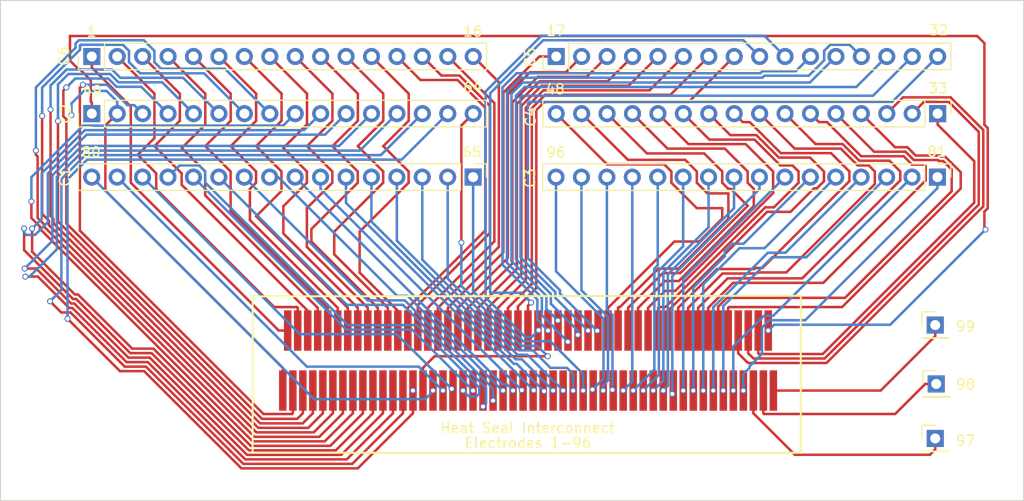
<source format=kicad_pcb>
(kicad_pcb (version 4) (host pcbnew 4.0.6)

  (general
    (links 99)
    (no_connects 0)
    (area 92.575 49.916666 196.050001 100.050001)
    (thickness 1.6)
    (drawings 34)
    (tracks 867)
    (zones 0)
    (modules 10)
    (nets 100)
  )

  (page A4)
  (layers
    (0 F.Cu signal)
    (31 B.Cu signal)
    (32 B.Adhes user)
    (33 F.Adhes user)
    (34 B.Paste user)
    (35 F.Paste user)
    (36 B.SilkS user)
    (37 F.SilkS user)
    (38 B.Mask user)
    (39 F.Mask user)
    (40 Dwgs.User user)
    (41 Cmts.User user)
    (42 Eco1.User user)
    (43 Eco2.User user)
    (44 Edge.Cuts user)
    (45 Margin user)
    (46 B.CrtYd user)
    (47 F.CrtYd user)
    (48 B.Fab user)
    (49 F.Fab user)
  )

  (setup
    (last_trace_width 0.25)
    (trace_clearance 0.2)
    (zone_clearance 0.508)
    (zone_45_only no)
    (trace_min 0.2)
    (segment_width 0.2)
    (edge_width 0.1)
    (via_size 0.6)
    (via_drill 0.4)
    (via_min_size 0.4)
    (via_min_drill 0.3)
    (uvia_size 0.3)
    (uvia_drill 0.1)
    (uvias_allowed no)
    (uvia_min_size 0.2)
    (uvia_min_drill 0.1)
    (pcb_text_width 0.3)
    (pcb_text_size 1.5 1.5)
    (mod_edge_width 0.15)
    (mod_text_size 1 1)
    (mod_text_width 0.15)
    (pad_size 1.5 1.5)
    (pad_drill 0.6)
    (pad_to_mask_clearance 0)
    (aux_axis_origin 0 0)
    (visible_elements FFFFFF7F)
    (pcbplotparams
      (layerselection 0x010f0_80000001)
      (usegerberextensions true)
      (excludeedgelayer true)
      (linewidth 0.100000)
      (plotframeref false)
      (viasonmask false)
      (mode 1)
      (useauxorigin false)
      (hpglpennumber 1)
      (hpglpenspeed 20)
      (hpglpendiameter 15)
      (hpglpenoverlay 2)
      (psnegative false)
      (psa4output false)
      (plotreference true)
      (plotvalue true)
      (plotinvisibletext false)
      (padsonsilk false)
      (subtractmaskfromsilk false)
      (outputformat 1)
      (mirror false)
      (drillshape 0)
      (scaleselection 1)
      (outputdirectory Gerber_heatseal/))
  )

  (net 0 "")
  (net 1 "Net-(J_1to16-Pad1)")
  (net 2 "Net-(J_1to16-Pad2)")
  (net 3 "Net-(J_1to16-Pad3)")
  (net 4 "Net-(J_1to16-Pad4)")
  (net 5 "Net-(J_1to16-Pad5)")
  (net 6 "Net-(J_1to16-Pad6)")
  (net 7 "Net-(J_1to16-Pad7)")
  (net 8 "Net-(J_1to16-Pad8)")
  (net 9 "Net-(J_1to16-Pad9)")
  (net 10 "Net-(J_1to16-Pad10)")
  (net 11 "Net-(J_1to16-Pad11)")
  (net 12 "Net-(J_1to16-Pad12)")
  (net 13 "Net-(J_1to16-Pad13)")
  (net 14 "Net-(J_1to16-Pad14)")
  (net 15 "Net-(J_1to16-Pad15)")
  (net 16 "Net-(J_1to16-Pad16)")
  (net 17 "Net-(J_17to32-Pad1)")
  (net 18 "Net-(J_17to32-Pad2)")
  (net 19 "Net-(J_17to32-Pad3)")
  (net 20 "Net-(J_17to32-Pad4)")
  (net 21 "Net-(J_17to32-Pad5)")
  (net 22 "Net-(J_17to32-Pad6)")
  (net 23 "Net-(J_17to32-Pad7)")
  (net 24 "Net-(J_17to32-Pad8)")
  (net 25 "Net-(J_17to32-Pad9)")
  (net 26 "Net-(J_17to32-Pad10)")
  (net 27 "Net-(J_17to32-Pad11)")
  (net 28 "Net-(J_17to32-Pad12)")
  (net 29 "Net-(J_17to32-Pad13)")
  (net 30 "Net-(J_17to32-Pad14)")
  (net 31 "Net-(J_17to32-Pad15)")
  (net 32 "Net-(J_17to32-Pad16)")
  (net 33 "Net-(J_33to48-Pad16)")
  (net 34 "Net-(J_33to48-Pad15)")
  (net 35 "Net-(J_33to48-Pad14)")
  (net 36 "Net-(J_33to48-Pad13)")
  (net 37 "Net-(J_33to48-Pad12)")
  (net 38 "Net-(J_33to48-Pad11)")
  (net 39 "Net-(J_33to48-Pad10)")
  (net 40 "Net-(J_33to48-Pad9)")
  (net 41 "Net-(J_33to48-Pad8)")
  (net 42 "Net-(J_33to48-Pad7)")
  (net 43 "Net-(J_33to48-Pad6)")
  (net 44 "Net-(J_33to48-Pad5)")
  (net 45 "Net-(J_33to48-Pad4)")
  (net 46 "Net-(J_33to48-Pad3)")
  (net 47 "Net-(J_33to48-Pad2)")
  (net 48 "Net-(J_33to48-Pad1)")
  (net 49 "Net-(J_49to64-Pad1)")
  (net 50 "Net-(J_49to64-Pad2)")
  (net 51 "Net-(J_49to64-Pad3)")
  (net 52 "Net-(J_49to64-Pad4)")
  (net 53 "Net-(J_49to64-Pad5)")
  (net 54 "Net-(J_49to64-Pad6)")
  (net 55 "Net-(J_49to64-Pad7)")
  (net 56 "Net-(J_49to64-Pad8)")
  (net 57 "Net-(J_49to64-Pad9)")
  (net 58 "Net-(J_49to64-Pad10)")
  (net 59 "Net-(J_49to64-Pad11)")
  (net 60 "Net-(J_49to64-Pad12)")
  (net 61 "Net-(J_49to64-Pad13)")
  (net 62 "Net-(J_49to64-Pad14)")
  (net 63 "Net-(J_49to64-Pad15)")
  (net 64 "Net-(J_49to64-Pad16)")
  (net 65 "Net-(J_65to80-Pad16)")
  (net 66 "Net-(J_65to80-Pad15)")
  (net 67 "Net-(J_65to80-Pad14)")
  (net 68 "Net-(J_65to80-Pad13)")
  (net 69 "Net-(J_65to80-Pad12)")
  (net 70 "Net-(J_65to80-Pad11)")
  (net 71 "Net-(J_65to80-Pad10)")
  (net 72 "Net-(J_65to80-Pad9)")
  (net 73 "Net-(J_65to80-Pad8)")
  (net 74 "Net-(J_65to80-Pad7)")
  (net 75 "Net-(J_65to80-Pad6)")
  (net 76 "Net-(J_65to80-Pad5)")
  (net 77 "Net-(J_65to80-Pad4)")
  (net 78 "Net-(J_65to80-Pad3)")
  (net 79 "Net-(J_65to80-Pad2)")
  (net 80 "Net-(J_65to80-Pad1)")
  (net 81 "Net-(J_80to96-Pad16)")
  (net 82 "Net-(J_80to96-Pad15)")
  (net 83 "Net-(J_80to96-Pad14)")
  (net 84 "Net-(J_80to96-Pad13)")
  (net 85 "Net-(J_80to96-Pad12)")
  (net 86 "Net-(J_80to96-Pad11)")
  (net 87 "Net-(J_80to96-Pad10)")
  (net 88 "Net-(J_80to96-Pad9)")
  (net 89 "Net-(J_80to96-Pad8)")
  (net 90 "Net-(J_80to96-Pad7)")
  (net 91 "Net-(J_80to96-Pad6)")
  (net 92 "Net-(J_80to96-Pad5)")
  (net 93 "Net-(J_80to96-Pad4)")
  (net 94 "Net-(J_80to96-Pad3)")
  (net 95 "Net-(J_80to96-Pad2)")
  (net 96 "Net-(J_80to96-Pad1)")
  (net 97 "Net-(J_ext97-Pad1)")
  (net 98 "Net-(conn1-Pad98)")
  (net 99 "Net-(J_ext99-Pad1)")

  (net_class Default "This is the default net class."
    (clearance 0.2)
    (trace_width 0.25)
    (via_dia 0.6)
    (via_drill 0.4)
    (uvia_dia 0.3)
    (uvia_drill 0.1)
    (add_net "Net-(J_17to32-Pad1)")
    (add_net "Net-(J_17to32-Pad10)")
    (add_net "Net-(J_17to32-Pad11)")
    (add_net "Net-(J_17to32-Pad12)")
    (add_net "Net-(J_17to32-Pad13)")
    (add_net "Net-(J_17to32-Pad14)")
    (add_net "Net-(J_17to32-Pad15)")
    (add_net "Net-(J_17to32-Pad16)")
    (add_net "Net-(J_17to32-Pad2)")
    (add_net "Net-(J_17to32-Pad3)")
    (add_net "Net-(J_17to32-Pad4)")
    (add_net "Net-(J_17to32-Pad5)")
    (add_net "Net-(J_17to32-Pad6)")
    (add_net "Net-(J_17to32-Pad7)")
    (add_net "Net-(J_17to32-Pad8)")
    (add_net "Net-(J_17to32-Pad9)")
    (add_net "Net-(J_1to16-Pad1)")
    (add_net "Net-(J_1to16-Pad10)")
    (add_net "Net-(J_1to16-Pad11)")
    (add_net "Net-(J_1to16-Pad12)")
    (add_net "Net-(J_1to16-Pad13)")
    (add_net "Net-(J_1to16-Pad14)")
    (add_net "Net-(J_1to16-Pad15)")
    (add_net "Net-(J_1to16-Pad16)")
    (add_net "Net-(J_1to16-Pad2)")
    (add_net "Net-(J_1to16-Pad3)")
    (add_net "Net-(J_1to16-Pad4)")
    (add_net "Net-(J_1to16-Pad5)")
    (add_net "Net-(J_1to16-Pad6)")
    (add_net "Net-(J_1to16-Pad7)")
    (add_net "Net-(J_1to16-Pad8)")
    (add_net "Net-(J_1to16-Pad9)")
    (add_net "Net-(J_33to48-Pad1)")
    (add_net "Net-(J_33to48-Pad10)")
    (add_net "Net-(J_33to48-Pad11)")
    (add_net "Net-(J_33to48-Pad12)")
    (add_net "Net-(J_33to48-Pad13)")
    (add_net "Net-(J_33to48-Pad14)")
    (add_net "Net-(J_33to48-Pad15)")
    (add_net "Net-(J_33to48-Pad16)")
    (add_net "Net-(J_33to48-Pad2)")
    (add_net "Net-(J_33to48-Pad3)")
    (add_net "Net-(J_33to48-Pad4)")
    (add_net "Net-(J_33to48-Pad5)")
    (add_net "Net-(J_33to48-Pad6)")
    (add_net "Net-(J_33to48-Pad7)")
    (add_net "Net-(J_33to48-Pad8)")
    (add_net "Net-(J_33to48-Pad9)")
    (add_net "Net-(J_49to64-Pad1)")
    (add_net "Net-(J_49to64-Pad10)")
    (add_net "Net-(J_49to64-Pad11)")
    (add_net "Net-(J_49to64-Pad12)")
    (add_net "Net-(J_49to64-Pad13)")
    (add_net "Net-(J_49to64-Pad14)")
    (add_net "Net-(J_49to64-Pad15)")
    (add_net "Net-(J_49to64-Pad16)")
    (add_net "Net-(J_49to64-Pad2)")
    (add_net "Net-(J_49to64-Pad3)")
    (add_net "Net-(J_49to64-Pad4)")
    (add_net "Net-(J_49to64-Pad5)")
    (add_net "Net-(J_49to64-Pad6)")
    (add_net "Net-(J_49to64-Pad7)")
    (add_net "Net-(J_49to64-Pad8)")
    (add_net "Net-(J_49to64-Pad9)")
    (add_net "Net-(J_65to80-Pad1)")
    (add_net "Net-(J_65to80-Pad10)")
    (add_net "Net-(J_65to80-Pad11)")
    (add_net "Net-(J_65to80-Pad12)")
    (add_net "Net-(J_65to80-Pad13)")
    (add_net "Net-(J_65to80-Pad14)")
    (add_net "Net-(J_65to80-Pad15)")
    (add_net "Net-(J_65to80-Pad16)")
    (add_net "Net-(J_65to80-Pad2)")
    (add_net "Net-(J_65to80-Pad3)")
    (add_net "Net-(J_65to80-Pad4)")
    (add_net "Net-(J_65to80-Pad5)")
    (add_net "Net-(J_65to80-Pad6)")
    (add_net "Net-(J_65to80-Pad7)")
    (add_net "Net-(J_65to80-Pad8)")
    (add_net "Net-(J_65to80-Pad9)")
    (add_net "Net-(J_80to96-Pad1)")
    (add_net "Net-(J_80to96-Pad10)")
    (add_net "Net-(J_80to96-Pad11)")
    (add_net "Net-(J_80to96-Pad12)")
    (add_net "Net-(J_80to96-Pad13)")
    (add_net "Net-(J_80to96-Pad14)")
    (add_net "Net-(J_80to96-Pad15)")
    (add_net "Net-(J_80to96-Pad16)")
    (add_net "Net-(J_80to96-Pad2)")
    (add_net "Net-(J_80to96-Pad3)")
    (add_net "Net-(J_80to96-Pad4)")
    (add_net "Net-(J_80to96-Pad5)")
    (add_net "Net-(J_80to96-Pad6)")
    (add_net "Net-(J_80to96-Pad7)")
    (add_net "Net-(J_80to96-Pad8)")
    (add_net "Net-(J_80to96-Pad9)")
    (add_net "Net-(J_ext97-Pad1)")
    (add_net "Net-(J_ext99-Pad1)")
    (add_net "Net-(conn1-Pad98)")
  )

  (module custom:heat_seal_fishVR_1mmPitchx96 (layer F.Cu) (tedit 5AE3EF17) (tstamp 5AE38D9D)
    (at 122.488 83)
    (path /5AE37FDA)
    (fp_text reference conn1 (at 24.18 11.32) (layer F.SilkS) hide
      (effects (font (size 1 1) (thickness 0.15)))
    )
    (fp_text value heat_seal_interconnect (at 24.93 9.67) (layer F.Fab) hide
      (effects (font (size 1 1) (thickness 0.15)))
    )
    (pad 1 smd rect (at 0 0) (size 0.75 4.04) (layers F.Cu F.Paste F.Mask)
      (net 1 "Net-(J_1to16-Pad1)"))
    (pad 2 smd rect (at 1 0) (size 0.75 4.04) (layers F.Cu F.Paste F.Mask)
      (net 2 "Net-(J_1to16-Pad2)"))
    (pad 3 smd rect (at 2 0) (size 0.75 4.04) (layers F.Cu F.Paste F.Mask)
      (net 3 "Net-(J_1to16-Pad3)"))
    (pad 4 smd rect (at 3 0) (size 0.75 4.04) (layers F.Cu F.Paste F.Mask)
      (net 4 "Net-(J_1to16-Pad4)"))
    (pad 5 smd rect (at 4 0) (size 0.75 4.04) (layers F.Cu F.Paste F.Mask)
      (net 5 "Net-(J_1to16-Pad5)"))
    (pad 6 smd rect (at 5 0) (size 0.75 4.04) (layers F.Cu F.Paste F.Mask)
      (net 6 "Net-(J_1to16-Pad6)"))
    (pad 7 smd rect (at 6 0) (size 0.75 4.04) (layers F.Cu F.Paste F.Mask)
      (net 7 "Net-(J_1to16-Pad7)"))
    (pad 8 smd rect (at 7 0) (size 0.75 4.04) (layers F.Cu F.Paste F.Mask)
      (net 8 "Net-(J_1to16-Pad8)"))
    (pad 9 smd rect (at 8 0) (size 0.75 4.04) (layers F.Cu F.Paste F.Mask)
      (net 9 "Net-(J_1to16-Pad9)"))
    (pad 10 smd rect (at 9 0) (size 0.75 4.04) (layers F.Cu F.Paste F.Mask)
      (net 10 "Net-(J_1to16-Pad10)"))
    (pad 11 smd rect (at 10 0) (size 0.75 4.04) (layers F.Cu F.Paste F.Mask)
      (net 11 "Net-(J_1to16-Pad11)"))
    (pad 12 smd rect (at 11 0) (size 0.75 4.04) (layers F.Cu F.Paste F.Mask)
      (net 12 "Net-(J_1to16-Pad12)"))
    (pad 13 smd rect (at 12 0) (size 0.75 4.04) (layers F.Cu F.Paste F.Mask)
      (net 13 "Net-(J_1to16-Pad13)"))
    (pad 14 smd rect (at 13 0) (size 0.75 4.04) (layers F.Cu F.Paste F.Mask)
      (net 14 "Net-(J_1to16-Pad14)"))
    (pad 15 smd rect (at 14 0) (size 0.75 4.04) (layers F.Cu F.Paste F.Mask)
      (net 15 "Net-(J_1to16-Pad15)"))
    (pad 16 smd rect (at 15 0) (size 0.75 4.04) (layers F.Cu F.Paste F.Mask)
      (net 16 "Net-(J_1to16-Pad16)"))
    (pad 17 smd rect (at 16 0) (size 0.75 4.04) (layers F.Cu F.Paste F.Mask)
      (net 17 "Net-(J_17to32-Pad1)"))
    (pad 18 smd rect (at 17 0) (size 0.75 4.04) (layers F.Cu F.Paste F.Mask)
      (net 18 "Net-(J_17to32-Pad2)"))
    (pad 19 smd rect (at 18 0) (size 0.75 4.04) (layers F.Cu F.Paste F.Mask)
      (net 19 "Net-(J_17to32-Pad3)"))
    (pad 20 smd rect (at 19 0) (size 0.75 4.04) (layers F.Cu F.Paste F.Mask)
      (net 20 "Net-(J_17to32-Pad4)"))
    (pad 21 smd rect (at 20 0) (size 0.75 4.04) (layers F.Cu F.Paste F.Mask)
      (net 21 "Net-(J_17to32-Pad5)"))
    (pad 22 smd rect (at 21 0) (size 0.75 4.04) (layers F.Cu F.Paste F.Mask)
      (net 22 "Net-(J_17to32-Pad6)"))
    (pad 23 smd rect (at 22 0) (size 0.75 4.04) (layers F.Cu F.Paste F.Mask)
      (net 23 "Net-(J_17to32-Pad7)"))
    (pad 24 smd rect (at 23 0) (size 0.75 4.04) (layers F.Cu F.Paste F.Mask)
      (net 24 "Net-(J_17to32-Pad8)"))
    (pad 25 smd rect (at 24 0) (size 0.75 4.04) (layers F.Cu F.Paste F.Mask)
      (net 25 "Net-(J_17to32-Pad9)"))
    (pad 26 smd rect (at 25 0) (size 0.75 4.04) (layers F.Cu F.Paste F.Mask)
      (net 26 "Net-(J_17to32-Pad10)"))
    (pad 27 smd rect (at 26 0) (size 0.75 4.04) (layers F.Cu F.Paste F.Mask)
      (net 27 "Net-(J_17to32-Pad11)"))
    (pad 28 smd rect (at 27 0) (size 0.75 4.04) (layers F.Cu F.Paste F.Mask)
      (net 28 "Net-(J_17to32-Pad12)"))
    (pad 29 smd rect (at 28 0) (size 0.75 4.04) (layers F.Cu F.Paste F.Mask)
      (net 29 "Net-(J_17to32-Pad13)"))
    (pad 30 smd rect (at 29 0) (size 0.75 4.04) (layers F.Cu F.Paste F.Mask)
      (net 30 "Net-(J_17to32-Pad14)"))
    (pad 31 smd rect (at 30 0) (size 0.75 4.04) (layers F.Cu F.Paste F.Mask)
      (net 31 "Net-(J_17to32-Pad15)"))
    (pad 32 smd rect (at 31 0) (size 0.75 4.04) (layers F.Cu F.Paste F.Mask)
      (net 32 "Net-(J_17to32-Pad16)"))
    (pad 33 smd rect (at 32 0) (size 0.75 4.04) (layers F.Cu F.Paste F.Mask)
      (net 33 "Net-(J_33to48-Pad16)"))
    (pad 34 smd rect (at 33 0) (size 0.75 4.04) (layers F.Cu F.Paste F.Mask)
      (net 34 "Net-(J_33to48-Pad15)"))
    (pad 35 smd rect (at 34 0) (size 0.75 4.04) (layers F.Cu F.Paste F.Mask)
      (net 35 "Net-(J_33to48-Pad14)"))
    (pad 36 smd rect (at 35 0) (size 0.75 4.04) (layers F.Cu F.Paste F.Mask)
      (net 36 "Net-(J_33to48-Pad13)"))
    (pad 37 smd rect (at 36 0) (size 0.75 4.04) (layers F.Cu F.Paste F.Mask)
      (net 37 "Net-(J_33to48-Pad12)"))
    (pad 38 smd rect (at 37 0) (size 0.75 4.04) (layers F.Cu F.Paste F.Mask)
      (net 38 "Net-(J_33to48-Pad11)"))
    (pad 39 smd rect (at 38 0) (size 0.75 4.04) (layers F.Cu F.Paste F.Mask)
      (net 39 "Net-(J_33to48-Pad10)"))
    (pad 40 smd rect (at 39 0) (size 0.75 4.04) (layers F.Cu F.Paste F.Mask)
      (net 40 "Net-(J_33to48-Pad9)"))
    (pad 41 smd rect (at 40 0) (size 0.75 4.04) (layers F.Cu F.Paste F.Mask)
      (net 41 "Net-(J_33to48-Pad8)"))
    (pad 42 smd rect (at 41 0) (size 0.75 4.04) (layers F.Cu F.Paste F.Mask)
      (net 42 "Net-(J_33to48-Pad7)"))
    (pad 43 smd rect (at 42 0) (size 0.75 4.04) (layers F.Cu F.Paste F.Mask)
      (net 43 "Net-(J_33to48-Pad6)"))
    (pad 44 smd rect (at 43 0) (size 0.75 4.04) (layers F.Cu F.Paste F.Mask)
      (net 44 "Net-(J_33to48-Pad5)"))
    (pad 45 smd rect (at 44 0) (size 0.75 4.04) (layers F.Cu F.Paste F.Mask)
      (net 45 "Net-(J_33to48-Pad4)"))
    (pad 46 smd rect (at 45 0) (size 0.75 4.04) (layers F.Cu F.Paste F.Mask)
      (net 46 "Net-(J_33to48-Pad3)"))
    (pad 47 smd rect (at 46 0) (size 0.75 4.04) (layers F.Cu F.Paste F.Mask)
      (net 47 "Net-(J_33to48-Pad2)"))
    (pad 48 smd rect (at 47 0) (size 0.75 4.04) (layers F.Cu F.Paste F.Mask)
      (net 48 "Net-(J_33to48-Pad1)"))
    (pad 49 smd rect (at 48 0) (size 0.75 4.04) (layers F.Cu F.Paste F.Mask)
      (net 49 "Net-(J_49to64-Pad1)"))
    (pad 50 smd rect (at -0.488 6) (size 0.75 4.04) (layers F.Cu F.Paste F.Mask)
      (net 50 "Net-(J_49to64-Pad2)"))
    (pad 51 smd rect (at 0.512 6) (size 0.75 4.04) (layers F.Cu F.Paste F.Mask)
      (net 51 "Net-(J_49to64-Pad3)"))
    (pad 52 smd rect (at 1.512 6) (size 0.75 4.04) (layers F.Cu F.Paste F.Mask)
      (net 52 "Net-(J_49to64-Pad4)"))
    (pad 53 smd rect (at 2.512 6) (size 0.75 4.04) (layers F.Cu F.Paste F.Mask)
      (net 53 "Net-(J_49to64-Pad5)"))
    (pad 54 smd rect (at 3.512 6) (size 0.75 4.04) (layers F.Cu F.Paste F.Mask)
      (net 54 "Net-(J_49to64-Pad6)"))
    (pad 55 smd rect (at 4.512 6) (size 0.75 4.04) (layers F.Cu F.Paste F.Mask)
      (net 55 "Net-(J_49to64-Pad7)"))
    (pad 56 smd rect (at 5.512 6) (size 0.75 4.04) (layers F.Cu F.Paste F.Mask)
      (net 56 "Net-(J_49to64-Pad8)"))
    (pad 57 smd rect (at 6.512 6) (size 0.75 4.04) (layers F.Cu F.Paste F.Mask)
      (net 57 "Net-(J_49to64-Pad9)"))
    (pad 58 smd rect (at 7.512 6) (size 0.75 4.04) (layers F.Cu F.Paste F.Mask)
      (net 58 "Net-(J_49to64-Pad10)"))
    (pad 59 smd rect (at 8.512 6) (size 0.75 4.04) (layers F.Cu F.Paste F.Mask)
      (net 59 "Net-(J_49to64-Pad11)"))
    (pad 60 smd rect (at 9.512 6) (size 0.75 4.04) (layers F.Cu F.Paste F.Mask)
      (net 60 "Net-(J_49to64-Pad12)"))
    (pad 61 smd rect (at 10.512 6) (size 0.75 4.04) (layers F.Cu F.Paste F.Mask)
      (net 61 "Net-(J_49to64-Pad13)"))
    (pad 62 smd rect (at 11.512 6) (size 0.75 4.04) (layers F.Cu F.Paste F.Mask)
      (net 62 "Net-(J_49to64-Pad14)"))
    (pad 63 smd rect (at 12.512 6) (size 0.75 4.04) (layers F.Cu F.Paste F.Mask)
      (net 63 "Net-(J_49to64-Pad15)"))
    (pad 64 smd rect (at 13.512 6) (size 0.75 4.04) (layers F.Cu F.Paste F.Mask)
      (net 64 "Net-(J_49to64-Pad16)"))
    (pad 65 smd rect (at 14.512 6) (size 0.75 4.04) (layers F.Cu F.Paste F.Mask)
      (net 65 "Net-(J_65to80-Pad16)"))
    (pad 66 smd rect (at 15.512 6) (size 0.75 4.04) (layers F.Cu F.Paste F.Mask)
      (net 66 "Net-(J_65to80-Pad15)"))
    (pad 67 smd rect (at 16.512 6) (size 0.75 4.04) (layers F.Cu F.Paste F.Mask)
      (net 67 "Net-(J_65to80-Pad14)"))
    (pad 68 smd rect (at 17.512 6) (size 0.75 4.04) (layers F.Cu F.Paste F.Mask)
      (net 68 "Net-(J_65to80-Pad13)"))
    (pad 69 smd rect (at 18.512 6) (size 0.75 4.04) (layers F.Cu F.Paste F.Mask)
      (net 69 "Net-(J_65to80-Pad12)"))
    (pad 70 smd rect (at 19.512 6) (size 0.75 4.04) (layers F.Cu F.Paste F.Mask)
      (net 70 "Net-(J_65to80-Pad11)"))
    (pad 71 smd rect (at 20.512 6) (size 0.75 4.04) (layers F.Cu F.Paste F.Mask)
      (net 71 "Net-(J_65to80-Pad10)"))
    (pad 72 smd rect (at 21.512 6) (size 0.75 4.04) (layers F.Cu F.Paste F.Mask)
      (net 72 "Net-(J_65to80-Pad9)"))
    (pad 73 smd rect (at 22.512 6) (size 0.75 4.04) (layers F.Cu F.Paste F.Mask)
      (net 73 "Net-(J_65to80-Pad8)"))
    (pad 74 smd rect (at 23.512 6) (size 0.75 4.04) (layers F.Cu F.Paste F.Mask)
      (net 74 "Net-(J_65to80-Pad7)"))
    (pad 75 smd rect (at 24.512 6) (size 0.75 4.04) (layers F.Cu F.Paste F.Mask)
      (net 75 "Net-(J_65to80-Pad6)"))
    (pad 76 smd rect (at 25.512 6) (size 0.75 4.04) (layers F.Cu F.Paste F.Mask)
      (net 76 "Net-(J_65to80-Pad5)"))
    (pad 77 smd rect (at 26.512 6) (size 0.75 4.04) (layers F.Cu F.Paste F.Mask)
      (net 77 "Net-(J_65to80-Pad4)"))
    (pad 78 smd rect (at 27.512 6) (size 0.75 4.04) (layers F.Cu F.Paste F.Mask)
      (net 78 "Net-(J_65to80-Pad3)"))
    (pad 79 smd rect (at 28.512 6) (size 0.75 4.04) (layers F.Cu F.Paste F.Mask)
      (net 79 "Net-(J_65to80-Pad2)"))
    (pad 80 smd rect (at 29.512 6) (size 0.75 4.04) (layers F.Cu F.Paste F.Mask)
      (net 80 "Net-(J_65to80-Pad1)"))
    (pad 81 smd rect (at 30.512 6) (size 0.75 4.04) (layers F.Cu F.Paste F.Mask)
      (net 81 "Net-(J_80to96-Pad16)"))
    (pad 82 smd rect (at 31.512 6) (size 0.75 4.04) (layers F.Cu F.Paste F.Mask)
      (net 82 "Net-(J_80to96-Pad15)"))
    (pad 83 smd rect (at 32.512 6) (size 0.75 4.04) (layers F.Cu F.Paste F.Mask)
      (net 83 "Net-(J_80to96-Pad14)"))
    (pad 84 smd rect (at 33.512 6) (size 0.75 4.04) (layers F.Cu F.Paste F.Mask)
      (net 84 "Net-(J_80to96-Pad13)"))
    (pad 85 smd rect (at 34.512 6) (size 0.75 4.04) (layers F.Cu F.Paste F.Mask)
      (net 85 "Net-(J_80to96-Pad12)"))
    (pad 86 smd rect (at 35.512 6) (size 0.75 4.04) (layers F.Cu F.Paste F.Mask)
      (net 86 "Net-(J_80to96-Pad11)"))
    (pad 87 smd rect (at 36.512 6) (size 0.75 4.04) (layers F.Cu F.Paste F.Mask)
      (net 87 "Net-(J_80to96-Pad10)"))
    (pad 88 smd rect (at 37.512 6) (size 0.75 4.04) (layers F.Cu F.Paste F.Mask)
      (net 88 "Net-(J_80to96-Pad9)"))
    (pad 89 smd rect (at 38.512 6) (size 0.75 4.04) (layers F.Cu F.Paste F.Mask)
      (net 89 "Net-(J_80to96-Pad8)"))
    (pad 90 smd rect (at 39.512 6) (size 0.75 4.04) (layers F.Cu F.Paste F.Mask)
      (net 90 "Net-(J_80to96-Pad7)"))
    (pad 91 smd rect (at 40.512 6) (size 0.75 4.04) (layers F.Cu F.Paste F.Mask)
      (net 91 "Net-(J_80to96-Pad6)"))
    (pad 92 smd rect (at 41.512 6) (size 0.75 4.04) (layers F.Cu F.Paste F.Mask)
      (net 92 "Net-(J_80to96-Pad5)"))
    (pad 93 smd rect (at 42.512 6) (size 0.75 4.04) (layers F.Cu F.Paste F.Mask)
      (net 93 "Net-(J_80to96-Pad4)"))
    (pad 94 smd rect (at 43.512 6) (size 0.75 4.04) (layers F.Cu F.Paste F.Mask)
      (net 94 "Net-(J_80to96-Pad3)"))
    (pad 95 smd rect (at 44.512 6) (size 0.75 4.04) (layers F.Cu F.Paste F.Mask)
      (net 95 "Net-(J_80to96-Pad2)"))
    (pad 96 smd rect (at 45.512 6) (size 0.75 4.04) (layers F.Cu F.Paste F.Mask)
      (net 96 "Net-(J_80to96-Pad1)"))
    (pad 97 smd rect (at 46.512 6) (size 0.75 4.04) (layers F.Cu F.Paste F.Mask)
      (net 97 "Net-(J_ext97-Pad1)"))
    (pad 98 smd rect (at 47.512 6) (size 0.75 4.04) (layers F.Cu F.Paste F.Mask)
      (net 98 "Net-(conn1-Pad98)"))
    (pad 99 smd rect (at 48.512 6) (size 0.75 4.04) (layers F.Cu F.Paste F.Mask)
      (net 99 "Net-(J_ext99-Pad1)"))
  )

  (module Pin_Headers:Pin_Header_Straight_1x16_Pitch2.54mm (layer F.Cu) (tedit 5AE3EEB2) (tstamp 5AE38DC1)
    (at 102.92 55.6 90)
    (descr "Through hole straight pin header, 1x16, 2.54mm pitch, single row")
    (tags "Through hole pin header THT 1x16 2.54mm single row")
    (path /5AE399FB)
    (fp_text reference J_1to16 (at 0.51 -7.34 90) (layer F.Fab) hide
      (effects (font (size 1 1) (thickness 0.15)))
    )
    (fp_text value CONN_01X16 (at 0.65 -9.37 90) (layer F.Fab) hide
      (effects (font (size 1 1) (thickness 0.15)))
    )
    (fp_line (start -0.635 -1.27) (end 1.27 -1.27) (layer F.Fab) (width 0.1))
    (fp_line (start 1.27 -1.27) (end 1.27 39.37) (layer F.Fab) (width 0.1))
    (fp_line (start 1.27 39.37) (end -1.27 39.37) (layer F.Fab) (width 0.1))
    (fp_line (start -1.27 39.37) (end -1.27 -0.635) (layer F.Fab) (width 0.1))
    (fp_line (start -1.27 -0.635) (end -0.635 -1.27) (layer F.Fab) (width 0.1))
    (fp_line (start -1.33 39.43) (end 1.33 39.43) (layer F.SilkS) (width 0.12))
    (fp_line (start -1.33 1.27) (end -1.33 39.43) (layer F.SilkS) (width 0.12))
    (fp_line (start 1.33 1.27) (end 1.33 39.43) (layer F.SilkS) (width 0.12))
    (fp_line (start -1.33 1.27) (end 1.33 1.27) (layer F.SilkS) (width 0.12))
    (fp_line (start -1.33 0) (end -1.33 -1.33) (layer F.SilkS) (width 0.12))
    (fp_line (start -1.33 -1.33) (end 0 -1.33) (layer F.SilkS) (width 0.12))
    (fp_line (start -1.8 -1.8) (end -1.8 39.9) (layer F.CrtYd) (width 0.05))
    (fp_line (start -1.8 39.9) (end 1.8 39.9) (layer F.CrtYd) (width 0.05))
    (fp_line (start 1.8 39.9) (end 1.8 -1.8) (layer F.CrtYd) (width 0.05))
    (fp_line (start 1.8 -1.8) (end -1.8 -1.8) (layer F.CrtYd) (width 0.05))
    (fp_text user %R (at 1.77 -3.09 90) (layer F.SilkS) hide
      (effects (font (size 1 1) (thickness 0.15)))
    )
    (pad 1 thru_hole rect (at 0 0 90) (size 1.7 1.7) (drill 1) (layers *.Cu *.Mask)
      (net 1 "Net-(J_1to16-Pad1)"))
    (pad 2 thru_hole oval (at 0 2.54 90) (size 1.7 1.7) (drill 1) (layers *.Cu *.Mask)
      (net 2 "Net-(J_1to16-Pad2)"))
    (pad 3 thru_hole oval (at 0 5.08 90) (size 1.7 1.7) (drill 1) (layers *.Cu *.Mask)
      (net 3 "Net-(J_1to16-Pad3)"))
    (pad 4 thru_hole oval (at 0 7.62 90) (size 1.7 1.7) (drill 1) (layers *.Cu *.Mask)
      (net 4 "Net-(J_1to16-Pad4)"))
    (pad 5 thru_hole oval (at 0 10.16 90) (size 1.7 1.7) (drill 1) (layers *.Cu *.Mask)
      (net 5 "Net-(J_1to16-Pad5)"))
    (pad 6 thru_hole oval (at 0 12.7 90) (size 1.7 1.7) (drill 1) (layers *.Cu *.Mask)
      (net 6 "Net-(J_1to16-Pad6)"))
    (pad 7 thru_hole oval (at 0 15.24 90) (size 1.7 1.7) (drill 1) (layers *.Cu *.Mask)
      (net 7 "Net-(J_1to16-Pad7)"))
    (pad 8 thru_hole oval (at 0 17.78 90) (size 1.7 1.7) (drill 1) (layers *.Cu *.Mask)
      (net 8 "Net-(J_1to16-Pad8)"))
    (pad 9 thru_hole oval (at 0 20.32 90) (size 1.7 1.7) (drill 1) (layers *.Cu *.Mask)
      (net 9 "Net-(J_1to16-Pad9)"))
    (pad 10 thru_hole oval (at 0 22.86 90) (size 1.7 1.7) (drill 1) (layers *.Cu *.Mask)
      (net 10 "Net-(J_1to16-Pad10)"))
    (pad 11 thru_hole oval (at 0 25.4 90) (size 1.7 1.7) (drill 1) (layers *.Cu *.Mask)
      (net 11 "Net-(J_1to16-Pad11)"))
    (pad 12 thru_hole oval (at 0 27.94 90) (size 1.7 1.7) (drill 1) (layers *.Cu *.Mask)
      (net 12 "Net-(J_1to16-Pad12)"))
    (pad 13 thru_hole oval (at 0 30.48 90) (size 1.7 1.7) (drill 1) (layers *.Cu *.Mask)
      (net 13 "Net-(J_1to16-Pad13)"))
    (pad 14 thru_hole oval (at 0 33.02 90) (size 1.7 1.7) (drill 1) (layers *.Cu *.Mask)
      (net 14 "Net-(J_1to16-Pad14)"))
    (pad 15 thru_hole oval (at 0 35.56 90) (size 1.7 1.7) (drill 1) (layers *.Cu *.Mask)
      (net 15 "Net-(J_1to16-Pad15)"))
    (pad 16 thru_hole oval (at 0 38.1 90) (size 1.7 1.7) (drill 1) (layers *.Cu *.Mask)
      (net 16 "Net-(J_1to16-Pad16)"))
    (model ${KISYS3DMOD}/Pin_Headers.3dshapes/Pin_Header_Straight_1x16_Pitch2.54mm.wrl
      (at (xyz 0 0 0))
      (scale (xyz 1 1 1))
      (rotate (xyz 0 0 0))
    )
  )

  (module Pin_Headers:Pin_Header_Straight_1x16_Pitch2.54mm (layer F.Cu) (tedit 5AE3EEDC) (tstamp 5AE38DE5)
    (at 149.31 55.6 90)
    (descr "Through hole straight pin header, 1x16, 2.54mm pitch, single row")
    (tags "Through hole pin header THT 1x16 2.54mm single row")
    (path /5AE39A63)
    (fp_text reference J_17to32 (at 0.11 41.92 90) (layer F.SilkS) hide
      (effects (font (size 1 1) (thickness 0.15)))
    )
    (fp_text value CONN_01X16 (at 0.38 43.55 90) (layer F.Fab) hide
      (effects (font (size 1 1) (thickness 0.15)))
    )
    (fp_line (start -0.635 -1.27) (end 1.27 -1.27) (layer F.Fab) (width 0.1))
    (fp_line (start 1.27 -1.27) (end 1.27 39.37) (layer F.Fab) (width 0.1))
    (fp_line (start 1.27 39.37) (end -1.27 39.37) (layer F.Fab) (width 0.1))
    (fp_line (start -1.27 39.37) (end -1.27 -0.635) (layer F.Fab) (width 0.1))
    (fp_line (start -1.27 -0.635) (end -0.635 -1.27) (layer F.Fab) (width 0.1))
    (fp_line (start -1.33 39.43) (end 1.33 39.43) (layer F.SilkS) (width 0.12))
    (fp_line (start -1.33 1.27) (end -1.33 39.43) (layer F.SilkS) (width 0.12))
    (fp_line (start 1.33 1.27) (end 1.33 39.43) (layer F.SilkS) (width 0.12))
    (fp_line (start -1.33 1.27) (end 1.33 1.27) (layer F.SilkS) (width 0.12))
    (fp_line (start -1.33 0) (end -1.33 -1.33) (layer F.SilkS) (width 0.12))
    (fp_line (start -1.33 -1.33) (end 0 -1.33) (layer F.SilkS) (width 0.12))
    (fp_line (start -1.8 -1.8) (end -1.8 39.9) (layer F.CrtYd) (width 0.05))
    (fp_line (start -1.8 39.9) (end 1.8 39.9) (layer F.CrtYd) (width 0.05))
    (fp_line (start 1.8 39.9) (end 1.8 -1.8) (layer F.CrtYd) (width 0.05))
    (fp_line (start 1.8 -1.8) (end -1.8 -1.8) (layer F.CrtYd) (width 0.05))
    (fp_text user %R (at 1.54 41.24 90) (layer F.SilkS) hide
      (effects (font (size 1 1) (thickness 0.15)))
    )
    (pad 1 thru_hole rect (at 0 0 90) (size 1.7 1.7) (drill 1) (layers *.Cu *.Mask)
      (net 17 "Net-(J_17to32-Pad1)"))
    (pad 2 thru_hole oval (at 0 2.54 90) (size 1.7 1.7) (drill 1) (layers *.Cu *.Mask)
      (net 18 "Net-(J_17to32-Pad2)"))
    (pad 3 thru_hole oval (at 0 5.08 90) (size 1.7 1.7) (drill 1) (layers *.Cu *.Mask)
      (net 19 "Net-(J_17to32-Pad3)"))
    (pad 4 thru_hole oval (at 0 7.62 90) (size 1.7 1.7) (drill 1) (layers *.Cu *.Mask)
      (net 20 "Net-(J_17to32-Pad4)"))
    (pad 5 thru_hole oval (at 0 10.16 90) (size 1.7 1.7) (drill 1) (layers *.Cu *.Mask)
      (net 21 "Net-(J_17to32-Pad5)"))
    (pad 6 thru_hole oval (at 0 12.7 90) (size 1.7 1.7) (drill 1) (layers *.Cu *.Mask)
      (net 22 "Net-(J_17to32-Pad6)"))
    (pad 7 thru_hole oval (at 0 15.24 90) (size 1.7 1.7) (drill 1) (layers *.Cu *.Mask)
      (net 23 "Net-(J_17to32-Pad7)"))
    (pad 8 thru_hole oval (at 0 17.78 90) (size 1.7 1.7) (drill 1) (layers *.Cu *.Mask)
      (net 24 "Net-(J_17to32-Pad8)"))
    (pad 9 thru_hole oval (at 0 20.32 90) (size 1.7 1.7) (drill 1) (layers *.Cu *.Mask)
      (net 25 "Net-(J_17to32-Pad9)"))
    (pad 10 thru_hole oval (at 0 22.86 90) (size 1.7 1.7) (drill 1) (layers *.Cu *.Mask)
      (net 26 "Net-(J_17to32-Pad10)"))
    (pad 11 thru_hole oval (at 0 25.4 90) (size 1.7 1.7) (drill 1) (layers *.Cu *.Mask)
      (net 27 "Net-(J_17to32-Pad11)"))
    (pad 12 thru_hole oval (at 0 27.94 90) (size 1.7 1.7) (drill 1) (layers *.Cu *.Mask)
      (net 28 "Net-(J_17to32-Pad12)"))
    (pad 13 thru_hole oval (at 0 30.48 90) (size 1.7 1.7) (drill 1) (layers *.Cu *.Mask)
      (net 29 "Net-(J_17to32-Pad13)"))
    (pad 14 thru_hole oval (at 0 33.02 90) (size 1.7 1.7) (drill 1) (layers *.Cu *.Mask)
      (net 30 "Net-(J_17to32-Pad14)"))
    (pad 15 thru_hole oval (at 0 35.56 90) (size 1.7 1.7) (drill 1) (layers *.Cu *.Mask)
      (net 31 "Net-(J_17to32-Pad15)"))
    (pad 16 thru_hole oval (at 0 38.1 90) (size 1.7 1.7) (drill 1) (layers *.Cu *.Mask)
      (net 32 "Net-(J_17to32-Pad16)"))
    (model ${KISYS3DMOD}/Pin_Headers.3dshapes/Pin_Header_Straight_1x16_Pitch2.54mm.wrl
      (at (xyz 0 0 0))
      (scale (xyz 1 1 1))
      (rotate (xyz 0 0 0))
    )
  )

  (module Pin_Headers:Pin_Header_Straight_1x16_Pitch2.54mm (layer F.Cu) (tedit 5AE3EEDE) (tstamp 5AE38E09)
    (at 187.41 61.31 270)
    (descr "Through hole straight pin header, 1x16, 2.54mm pitch, single row")
    (tags "Through hole pin header THT 1x16 2.54mm single row")
    (path /5AE39A2F)
    (fp_text reference J_33to48 (at -0.8 -3.69 270) (layer F.SilkS) hide
      (effects (font (size 1 1) (thickness 0.15)))
    )
    (fp_text value CONN_01X16 (at -0.52 -5.72 270) (layer F.Fab) hide
      (effects (font (size 1 1) (thickness 0.15)))
    )
    (fp_line (start -0.635 -1.27) (end 1.27 -1.27) (layer F.Fab) (width 0.1))
    (fp_line (start 1.27 -1.27) (end 1.27 39.37) (layer F.Fab) (width 0.1))
    (fp_line (start 1.27 39.37) (end -1.27 39.37) (layer F.Fab) (width 0.1))
    (fp_line (start -1.27 39.37) (end -1.27 -0.635) (layer F.Fab) (width 0.1))
    (fp_line (start -1.27 -0.635) (end -0.635 -1.27) (layer F.Fab) (width 0.1))
    (fp_line (start -1.33 39.43) (end 1.33 39.43) (layer F.SilkS) (width 0.12))
    (fp_line (start -1.33 1.27) (end -1.33 39.43) (layer F.SilkS) (width 0.12))
    (fp_line (start 1.33 1.27) (end 1.33 39.43) (layer F.SilkS) (width 0.12))
    (fp_line (start -1.33 1.27) (end 1.33 1.27) (layer F.SilkS) (width 0.12))
    (fp_line (start -1.33 0) (end -1.33 -1.33) (layer F.SilkS) (width 0.12))
    (fp_line (start -1.33 -1.33) (end 0 -1.33) (layer F.SilkS) (width 0.12))
    (fp_line (start -1.8 -1.8) (end -1.8 39.9) (layer F.CrtYd) (width 0.05))
    (fp_line (start -1.8 39.9) (end 1.8 39.9) (layer F.CrtYd) (width 0.05))
    (fp_line (start 1.8 39.9) (end 1.8 -1.8) (layer F.CrtYd) (width 0.05))
    (fp_line (start 1.8 -1.8) (end -1.8 -1.8) (layer F.CrtYd) (width 0.05))
    (fp_text user %R (at 0.41 -3.14 270) (layer F.SilkS) hide
      (effects (font (size 1 1) (thickness 0.15)))
    )
    (pad 1 thru_hole rect (at 0 0 270) (size 1.7 1.7) (drill 1) (layers *.Cu *.Mask)
      (net 48 "Net-(J_33to48-Pad1)"))
    (pad 2 thru_hole oval (at 0 2.54 270) (size 1.7 1.7) (drill 1) (layers *.Cu *.Mask)
      (net 47 "Net-(J_33to48-Pad2)"))
    (pad 3 thru_hole oval (at 0 5.08 270) (size 1.7 1.7) (drill 1) (layers *.Cu *.Mask)
      (net 46 "Net-(J_33to48-Pad3)"))
    (pad 4 thru_hole oval (at 0 7.62 270) (size 1.7 1.7) (drill 1) (layers *.Cu *.Mask)
      (net 45 "Net-(J_33to48-Pad4)"))
    (pad 5 thru_hole oval (at 0 10.16 270) (size 1.7 1.7) (drill 1) (layers *.Cu *.Mask)
      (net 44 "Net-(J_33to48-Pad5)"))
    (pad 6 thru_hole oval (at 0 12.7 270) (size 1.7 1.7) (drill 1) (layers *.Cu *.Mask)
      (net 43 "Net-(J_33to48-Pad6)"))
    (pad 7 thru_hole oval (at 0 15.24 270) (size 1.7 1.7) (drill 1) (layers *.Cu *.Mask)
      (net 42 "Net-(J_33to48-Pad7)"))
    (pad 8 thru_hole oval (at 0 17.78 270) (size 1.7 1.7) (drill 1) (layers *.Cu *.Mask)
      (net 41 "Net-(J_33to48-Pad8)"))
    (pad 9 thru_hole oval (at 0 20.32 270) (size 1.7 1.7) (drill 1) (layers *.Cu *.Mask)
      (net 40 "Net-(J_33to48-Pad9)"))
    (pad 10 thru_hole oval (at 0 22.86 270) (size 1.7 1.7) (drill 1) (layers *.Cu *.Mask)
      (net 39 "Net-(J_33to48-Pad10)"))
    (pad 11 thru_hole oval (at 0 25.4 270) (size 1.7 1.7) (drill 1) (layers *.Cu *.Mask)
      (net 38 "Net-(J_33to48-Pad11)"))
    (pad 12 thru_hole oval (at 0 27.94 270) (size 1.7 1.7) (drill 1) (layers *.Cu *.Mask)
      (net 37 "Net-(J_33to48-Pad12)"))
    (pad 13 thru_hole oval (at 0 30.48 270) (size 1.7 1.7) (drill 1) (layers *.Cu *.Mask)
      (net 36 "Net-(J_33to48-Pad13)"))
    (pad 14 thru_hole oval (at 0 33.02 270) (size 1.7 1.7) (drill 1) (layers *.Cu *.Mask)
      (net 35 "Net-(J_33to48-Pad14)"))
    (pad 15 thru_hole oval (at 0 35.56 270) (size 1.7 1.7) (drill 1) (layers *.Cu *.Mask)
      (net 34 "Net-(J_33to48-Pad15)"))
    (pad 16 thru_hole oval (at 0 38.1 270) (size 1.7 1.7) (drill 1) (layers *.Cu *.Mask)
      (net 33 "Net-(J_33to48-Pad16)"))
    (model ${KISYS3DMOD}/Pin_Headers.3dshapes/Pin_Header_Straight_1x16_Pitch2.54mm.wrl
      (at (xyz 0 0 0))
      (scale (xyz 1 1 1))
      (rotate (xyz 0 0 0))
    )
  )

  (module Pin_Headers:Pin_Header_Straight_1x16_Pitch2.54mm (layer F.Cu) (tedit 5AE3EEBA) (tstamp 5AE38E2D)
    (at 102.92 61.31028 90)
    (descr "Through hole straight pin header, 1x16, 2.54mm pitch, single row")
    (tags "Through hole pin header THT 1x16 2.54mm single row")
    (path /5AE38F21)
    (fp_text reference J_49to64 (at 0.66028 -7.34 90) (layer F.SilkS) hide
      (effects (font (size 1 1) (thickness 0.15)))
    )
    (fp_text value CONN_01X16 (at -0.28972 -9.24 90) (layer F.Fab) hide
      (effects (font (size 1 1) (thickness 0.15)))
    )
    (fp_line (start -0.635 -1.27) (end 1.27 -1.27) (layer F.Fab) (width 0.1))
    (fp_line (start 1.27 -1.27) (end 1.27 39.37) (layer F.Fab) (width 0.1))
    (fp_line (start 1.27 39.37) (end -1.27 39.37) (layer F.Fab) (width 0.1))
    (fp_line (start -1.27 39.37) (end -1.27 -0.635) (layer F.Fab) (width 0.1))
    (fp_line (start -1.27 -0.635) (end -0.635 -1.27) (layer F.Fab) (width 0.1))
    (fp_line (start -1.33 39.43) (end 1.33 39.43) (layer F.SilkS) (width 0.12))
    (fp_line (start -1.33 1.27) (end -1.33 39.43) (layer F.SilkS) (width 0.12))
    (fp_line (start 1.33 1.27) (end 1.33 39.43) (layer F.SilkS) (width 0.12))
    (fp_line (start -1.33 1.27) (end 1.33 1.27) (layer F.SilkS) (width 0.12))
    (fp_line (start -1.33 0) (end -1.33 -1.33) (layer F.SilkS) (width 0.12))
    (fp_line (start -1.33 -1.33) (end 0 -1.33) (layer F.SilkS) (width 0.12))
    (fp_line (start -1.8 -1.8) (end -1.8 39.9) (layer F.CrtYd) (width 0.05))
    (fp_line (start -1.8 39.9) (end 1.8 39.9) (layer F.CrtYd) (width 0.05))
    (fp_line (start 1.8 39.9) (end 1.8 -1.8) (layer F.CrtYd) (width 0.05))
    (fp_line (start 1.8 -1.8) (end -1.8 -1.8) (layer F.CrtYd) (width 0.05))
    (fp_text user %R (at 0.32028 -2.84 90) (layer F.SilkS) hide
      (effects (font (size 1 1) (thickness 0.15)))
    )
    (pad 1 thru_hole rect (at 0 0 90) (size 1.7 1.7) (drill 1) (layers *.Cu *.Mask)
      (net 49 "Net-(J_49to64-Pad1)"))
    (pad 2 thru_hole oval (at 0 2.54 90) (size 1.7 1.7) (drill 1) (layers *.Cu *.Mask)
      (net 50 "Net-(J_49to64-Pad2)"))
    (pad 3 thru_hole oval (at 0 5.08 90) (size 1.7 1.7) (drill 1) (layers *.Cu *.Mask)
      (net 51 "Net-(J_49to64-Pad3)"))
    (pad 4 thru_hole oval (at 0 7.62 90) (size 1.7 1.7) (drill 1) (layers *.Cu *.Mask)
      (net 52 "Net-(J_49to64-Pad4)"))
    (pad 5 thru_hole oval (at 0 10.16 90) (size 1.7 1.7) (drill 1) (layers *.Cu *.Mask)
      (net 53 "Net-(J_49to64-Pad5)"))
    (pad 6 thru_hole oval (at 0 12.7 90) (size 1.7 1.7) (drill 1) (layers *.Cu *.Mask)
      (net 54 "Net-(J_49to64-Pad6)"))
    (pad 7 thru_hole oval (at 0 15.24 90) (size 1.7 1.7) (drill 1) (layers *.Cu *.Mask)
      (net 55 "Net-(J_49to64-Pad7)"))
    (pad 8 thru_hole oval (at 0 17.78 90) (size 1.7 1.7) (drill 1) (layers *.Cu *.Mask)
      (net 56 "Net-(J_49to64-Pad8)"))
    (pad 9 thru_hole oval (at 0 20.32 90) (size 1.7 1.7) (drill 1) (layers *.Cu *.Mask)
      (net 57 "Net-(J_49to64-Pad9)"))
    (pad 10 thru_hole oval (at 0 22.86 90) (size 1.7 1.7) (drill 1) (layers *.Cu *.Mask)
      (net 58 "Net-(J_49to64-Pad10)"))
    (pad 11 thru_hole oval (at 0 25.4 90) (size 1.7 1.7) (drill 1) (layers *.Cu *.Mask)
      (net 59 "Net-(J_49to64-Pad11)"))
    (pad 12 thru_hole oval (at 0 27.94 90) (size 1.7 1.7) (drill 1) (layers *.Cu *.Mask)
      (net 60 "Net-(J_49to64-Pad12)"))
    (pad 13 thru_hole oval (at 0 30.48 90) (size 1.7 1.7) (drill 1) (layers *.Cu *.Mask)
      (net 61 "Net-(J_49to64-Pad13)"))
    (pad 14 thru_hole oval (at 0 33.02 90) (size 1.7 1.7) (drill 1) (layers *.Cu *.Mask)
      (net 62 "Net-(J_49to64-Pad14)"))
    (pad 15 thru_hole oval (at 0 35.56 90) (size 1.7 1.7) (drill 1) (layers *.Cu *.Mask)
      (net 63 "Net-(J_49to64-Pad15)"))
    (pad 16 thru_hole oval (at 0 38.1 90) (size 1.7 1.7) (drill 1) (layers *.Cu *.Mask)
      (net 64 "Net-(J_49to64-Pad16)"))
    (model ${KISYS3DMOD}/Pin_Headers.3dshapes/Pin_Header_Straight_1x16_Pitch2.54mm.wrl
      (at (xyz 0 0 0))
      (scale (xyz 1 1 1))
      (rotate (xyz 0 0 0))
    )
  )

  (module Pin_Headers:Pin_Header_Straight_1x16_Pitch2.54mm (layer F.Cu) (tedit 5AE3EEC3) (tstamp 5AE38E51)
    (at 141.01 67.65746 270)
    (descr "Through hole straight pin header, 1x16, 2.54mm pitch, single row")
    (tags "Through hole pin header THT 1x16 2.54mm single row")
    (path /5AE391B6)
    (fp_text reference J_65to80 (at -0.22746 45.16 270) (layer F.SilkS) hide
      (effects (font (size 1 1) (thickness 0.15)))
    )
    (fp_text value CONN_01X16 (at 0.04254 47.19 270) (layer F.Fab) hide
      (effects (font (size 1 1) (thickness 0.15)))
    )
    (fp_line (start -0.635 -1.27) (end 1.27 -1.27) (layer F.Fab) (width 0.1))
    (fp_line (start 1.27 -1.27) (end 1.27 39.37) (layer F.Fab) (width 0.1))
    (fp_line (start 1.27 39.37) (end -1.27 39.37) (layer F.Fab) (width 0.1))
    (fp_line (start -1.27 39.37) (end -1.27 -0.635) (layer F.Fab) (width 0.1))
    (fp_line (start -1.27 -0.635) (end -0.635 -1.27) (layer F.Fab) (width 0.1))
    (fp_line (start -1.33 39.43) (end 1.33 39.43) (layer F.SilkS) (width 0.12))
    (fp_line (start -1.33 1.27) (end -1.33 39.43) (layer F.SilkS) (width 0.12))
    (fp_line (start 1.33 1.27) (end 1.33 39.43) (layer F.SilkS) (width 0.12))
    (fp_line (start -1.33 1.27) (end 1.33 1.27) (layer F.SilkS) (width 0.12))
    (fp_line (start -1.33 0) (end -1.33 -1.33) (layer F.SilkS) (width 0.12))
    (fp_line (start -1.33 -1.33) (end 0 -1.33) (layer F.SilkS) (width 0.12))
    (fp_line (start -1.8 -1.8) (end -1.8 39.9) (layer F.CrtYd) (width 0.05))
    (fp_line (start -1.8 39.9) (end 1.8 39.9) (layer F.CrtYd) (width 0.05))
    (fp_line (start 1.8 39.9) (end 1.8 -1.8) (layer F.CrtYd) (width 0.05))
    (fp_line (start 1.8 -1.8) (end -1.8 -1.8) (layer F.CrtYd) (width 0.05))
    (fp_text user %R (at 0.46254 40.84 270) (layer F.SilkS) hide
      (effects (font (size 1 1) (thickness 0.15)))
    )
    (pad 1 thru_hole rect (at 0 0 270) (size 1.7 1.7) (drill 1) (layers *.Cu *.Mask)
      (net 80 "Net-(J_65to80-Pad1)"))
    (pad 2 thru_hole oval (at 0 2.54 270) (size 1.7 1.7) (drill 1) (layers *.Cu *.Mask)
      (net 79 "Net-(J_65to80-Pad2)"))
    (pad 3 thru_hole oval (at 0 5.08 270) (size 1.7 1.7) (drill 1) (layers *.Cu *.Mask)
      (net 78 "Net-(J_65to80-Pad3)"))
    (pad 4 thru_hole oval (at 0 7.62 270) (size 1.7 1.7) (drill 1) (layers *.Cu *.Mask)
      (net 77 "Net-(J_65to80-Pad4)"))
    (pad 5 thru_hole oval (at 0 10.16 270) (size 1.7 1.7) (drill 1) (layers *.Cu *.Mask)
      (net 76 "Net-(J_65to80-Pad5)"))
    (pad 6 thru_hole oval (at 0 12.7 270) (size 1.7 1.7) (drill 1) (layers *.Cu *.Mask)
      (net 75 "Net-(J_65to80-Pad6)"))
    (pad 7 thru_hole oval (at 0 15.24 270) (size 1.7 1.7) (drill 1) (layers *.Cu *.Mask)
      (net 74 "Net-(J_65to80-Pad7)"))
    (pad 8 thru_hole oval (at 0 17.78 270) (size 1.7 1.7) (drill 1) (layers *.Cu *.Mask)
      (net 73 "Net-(J_65to80-Pad8)"))
    (pad 9 thru_hole oval (at 0 20.32 270) (size 1.7 1.7) (drill 1) (layers *.Cu *.Mask)
      (net 72 "Net-(J_65to80-Pad9)"))
    (pad 10 thru_hole oval (at 0 22.86 270) (size 1.7 1.7) (drill 1) (layers *.Cu *.Mask)
      (net 71 "Net-(J_65to80-Pad10)"))
    (pad 11 thru_hole oval (at 0 25.4 270) (size 1.7 1.7) (drill 1) (layers *.Cu *.Mask)
      (net 70 "Net-(J_65to80-Pad11)"))
    (pad 12 thru_hole oval (at 0 27.94 270) (size 1.7 1.7) (drill 1) (layers *.Cu *.Mask)
      (net 69 "Net-(J_65to80-Pad12)"))
    (pad 13 thru_hole oval (at 0 30.48 270) (size 1.7 1.7) (drill 1) (layers *.Cu *.Mask)
      (net 68 "Net-(J_65to80-Pad13)"))
    (pad 14 thru_hole oval (at 0 33.02 270) (size 1.7 1.7) (drill 1) (layers *.Cu *.Mask)
      (net 67 "Net-(J_65to80-Pad14)"))
    (pad 15 thru_hole oval (at 0 35.56 270) (size 1.7 1.7) (drill 1) (layers *.Cu *.Mask)
      (net 66 "Net-(J_65to80-Pad15)"))
    (pad 16 thru_hole oval (at 0 38.1 270) (size 1.7 1.7) (drill 1) (layers *.Cu *.Mask)
      (net 65 "Net-(J_65to80-Pad16)"))
    (model ${KISYS3DMOD}/Pin_Headers.3dshapes/Pin_Header_Straight_1x16_Pitch2.54mm.wrl
      (at (xyz 0 0 0))
      (scale (xyz 1 1 1))
      (rotate (xyz 0 0 0))
    )
  )

  (module Pin_Headers:Pin_Header_Straight_1x16_Pitch2.54mm (layer F.Cu) (tedit 5AE3EEE2) (tstamp 5AE38E75)
    (at 187.39 67.66 270)
    (descr "Through hole straight pin header, 1x16, 2.54mm pitch, single row")
    (tags "Through hole pin header THT 1x16 2.54mm single row")
    (path /5AE3818A)
    (fp_text reference J_80to96 (at -0.09 -3.98 270) (layer F.SilkS) hide
      (effects (font (size 1 1) (thickness 0.15)))
    )
    (fp_text value CONN_01X16 (at -1.58 -5.74 270) (layer F.Fab) hide
      (effects (font (size 1 1) (thickness 0.15)))
    )
    (fp_line (start -0.635 -1.27) (end 1.27 -1.27) (layer F.Fab) (width 0.1))
    (fp_line (start 1.27 -1.27) (end 1.27 39.37) (layer F.Fab) (width 0.1))
    (fp_line (start 1.27 39.37) (end -1.27 39.37) (layer F.Fab) (width 0.1))
    (fp_line (start -1.27 39.37) (end -1.27 -0.635) (layer F.Fab) (width 0.1))
    (fp_line (start -1.27 -0.635) (end -0.635 -1.27) (layer F.Fab) (width 0.1))
    (fp_line (start -1.33 39.43) (end 1.33 39.43) (layer F.SilkS) (width 0.12))
    (fp_line (start -1.33 1.27) (end -1.33 39.43) (layer F.SilkS) (width 0.12))
    (fp_line (start 1.33 1.27) (end 1.33 39.43) (layer F.SilkS) (width 0.12))
    (fp_line (start -1.33 1.27) (end 1.33 1.27) (layer F.SilkS) (width 0.12))
    (fp_line (start -1.33 0) (end -1.33 -1.33) (layer F.SilkS) (width 0.12))
    (fp_line (start -1.33 -1.33) (end 0 -1.33) (layer F.SilkS) (width 0.12))
    (fp_line (start -1.8 -1.8) (end -1.8 39.9) (layer F.CrtYd) (width 0.05))
    (fp_line (start -1.8 39.9) (end 1.8 39.9) (layer F.CrtYd) (width 0.05))
    (fp_line (start 1.8 39.9) (end 1.8 -1.8) (layer F.CrtYd) (width 0.05))
    (fp_line (start 1.8 -1.8) (end -1.8 -1.8) (layer F.CrtYd) (width 0.05))
    (fp_text user %R (at 1.86 -3.1 270) (layer F.SilkS) hide
      (effects (font (size 1 1) (thickness 0.15)))
    )
    (pad 1 thru_hole rect (at 0 0 270) (size 1.7 1.7) (drill 1) (layers *.Cu *.Mask)
      (net 96 "Net-(J_80to96-Pad1)"))
    (pad 2 thru_hole oval (at 0 2.54 270) (size 1.7 1.7) (drill 1) (layers *.Cu *.Mask)
      (net 95 "Net-(J_80to96-Pad2)"))
    (pad 3 thru_hole oval (at 0 5.08 270) (size 1.7 1.7) (drill 1) (layers *.Cu *.Mask)
      (net 94 "Net-(J_80to96-Pad3)"))
    (pad 4 thru_hole oval (at 0 7.62 270) (size 1.7 1.7) (drill 1) (layers *.Cu *.Mask)
      (net 93 "Net-(J_80to96-Pad4)"))
    (pad 5 thru_hole oval (at 0 10.16 270) (size 1.7 1.7) (drill 1) (layers *.Cu *.Mask)
      (net 92 "Net-(J_80to96-Pad5)"))
    (pad 6 thru_hole oval (at 0 12.7 270) (size 1.7 1.7) (drill 1) (layers *.Cu *.Mask)
      (net 91 "Net-(J_80to96-Pad6)"))
    (pad 7 thru_hole oval (at 0 15.24 270) (size 1.7 1.7) (drill 1) (layers *.Cu *.Mask)
      (net 90 "Net-(J_80to96-Pad7)"))
    (pad 8 thru_hole oval (at 0 17.78 270) (size 1.7 1.7) (drill 1) (layers *.Cu *.Mask)
      (net 89 "Net-(J_80to96-Pad8)"))
    (pad 9 thru_hole oval (at 0 20.32 270) (size 1.7 1.7) (drill 1) (layers *.Cu *.Mask)
      (net 88 "Net-(J_80to96-Pad9)"))
    (pad 10 thru_hole oval (at 0 22.86 270) (size 1.7 1.7) (drill 1) (layers *.Cu *.Mask)
      (net 87 "Net-(J_80to96-Pad10)"))
    (pad 11 thru_hole oval (at 0 25.4 270) (size 1.7 1.7) (drill 1) (layers *.Cu *.Mask)
      (net 86 "Net-(J_80to96-Pad11)"))
    (pad 12 thru_hole oval (at 0 27.94 270) (size 1.7 1.7) (drill 1) (layers *.Cu *.Mask)
      (net 85 "Net-(J_80to96-Pad12)"))
    (pad 13 thru_hole oval (at 0 30.48 270) (size 1.7 1.7) (drill 1) (layers *.Cu *.Mask)
      (net 84 "Net-(J_80to96-Pad13)"))
    (pad 14 thru_hole oval (at 0 33.02 270) (size 1.7 1.7) (drill 1) (layers *.Cu *.Mask)
      (net 83 "Net-(J_80to96-Pad14)"))
    (pad 15 thru_hole oval (at 0 35.56 270) (size 1.7 1.7) (drill 1) (layers *.Cu *.Mask)
      (net 82 "Net-(J_80to96-Pad15)"))
    (pad 16 thru_hole oval (at 0 38.1 270) (size 1.7 1.7) (drill 1) (layers *.Cu *.Mask)
      (net 81 "Net-(J_80to96-Pad16)"))
    (model ${KISYS3DMOD}/Pin_Headers.3dshapes/Pin_Header_Straight_1x16_Pitch2.54mm.wrl
      (at (xyz 0 0 0))
      (scale (xyz 1 1 1))
      (rotate (xyz 0 0 0))
    )
  )

  (module Pin_Headers:Pin_Header_Straight_1x01_Pitch2.54mm (layer F.Cu) (tedit 5AE3F22E) (tstamp 5AE38E8A)
    (at 187.17 93.79)
    (descr "Through hole straight pin header, 1x01, 2.54mm pitch, single row")
    (tags "Through hole pin header THT 1x01 2.54mm single row")
    (path /5AE3A9D8)
    (fp_text reference J_ext97 (at 0 -2.33) (layer F.SilkS) hide
      (effects (font (size 1 1) (thickness 0.15)))
    )
    (fp_text value CONN_01X01 (at 0 2.33) (layer F.Fab) hide
      (effects (font (size 1 1) (thickness 0.15)))
    )
    (fp_line (start -0.635 -1.27) (end 1.27 -1.27) (layer F.Fab) (width 0.1))
    (fp_line (start 1.27 -1.27) (end 1.27 1.27) (layer F.Fab) (width 0.1))
    (fp_line (start 1.27 1.27) (end -1.27 1.27) (layer F.Fab) (width 0.1))
    (fp_line (start -1.27 1.27) (end -1.27 -0.635) (layer F.Fab) (width 0.1))
    (fp_line (start -1.27 -0.635) (end -0.635 -1.27) (layer F.Fab) (width 0.1))
    (fp_line (start -1.33 1.33) (end 1.33 1.33) (layer F.SilkS) (width 0.12))
    (fp_line (start -1.33 1.27) (end -1.33 1.33) (layer F.SilkS) (width 0.12))
    (fp_line (start 1.33 1.27) (end 1.33 1.33) (layer F.SilkS) (width 0.12))
    (fp_line (start -1.33 1.27) (end 1.33 1.27) (layer F.SilkS) (width 0.12))
    (fp_line (start -1.33 0) (end -1.33 -1.33) (layer F.SilkS) (width 0.12))
    (fp_line (start -1.33 -1.33) (end 0 -1.33) (layer F.SilkS) (width 0.12))
    (fp_line (start -1.8 -1.8) (end -1.8 1.8) (layer F.CrtYd) (width 0.05))
    (fp_line (start -1.8 1.8) (end 1.8 1.8) (layer F.CrtYd) (width 0.05))
    (fp_line (start 1.8 1.8) (end 1.8 -1.8) (layer F.CrtYd) (width 0.05))
    (fp_line (start 1.8 -1.8) (end -1.8 -1.8) (layer F.CrtYd) (width 0.05))
    (fp_text user %R (at 0 0 90) (layer F.Fab) hide
      (effects (font (size 1 1) (thickness 0.15)))
    )
    (pad 1 thru_hole rect (at 0 0) (size 1.7 1.7) (drill 1) (layers *.Cu *.Mask)
      (net 97 "Net-(J_ext97-Pad1)"))
    (model ${KISYS3DMOD}/Pin_Headers.3dshapes/Pin_Header_Straight_1x01_Pitch2.54mm.wrl
      (at (xyz 0 0 0))
      (scale (xyz 1 1 1))
      (rotate (xyz 0 0 0))
    )
  )

  (module Pin_Headers:Pin_Header_Straight_1x01_Pitch2.54mm (layer F.Cu) (tedit 5AE3F257) (tstamp 5AE38E9F)
    (at 187.17 82.45)
    (descr "Through hole straight pin header, 1x01, 2.54mm pitch, single row")
    (tags "Through hole pin header THT 1x01 2.54mm single row")
    (path /5AE3AA65)
    (fp_text reference J_ext99 (at 0 -2.33) (layer F.SilkS) hide
      (effects (font (size 1 1) (thickness 0.15)))
    )
    (fp_text value CONN_01X01 (at 0 2.33) (layer F.Fab) hide
      (effects (font (size 1 1) (thickness 0.15)))
    )
    (fp_line (start -0.635 -1.27) (end 1.27 -1.27) (layer F.Fab) (width 0.1))
    (fp_line (start 1.27 -1.27) (end 1.27 1.27) (layer F.Fab) (width 0.1))
    (fp_line (start 1.27 1.27) (end -1.27 1.27) (layer F.Fab) (width 0.1))
    (fp_line (start -1.27 1.27) (end -1.27 -0.635) (layer F.Fab) (width 0.1))
    (fp_line (start -1.27 -0.635) (end -0.635 -1.27) (layer F.Fab) (width 0.1))
    (fp_line (start -1.33 1.33) (end 1.33 1.33) (layer F.SilkS) (width 0.12))
    (fp_line (start -1.33 1.27) (end -1.33 1.33) (layer F.SilkS) (width 0.12))
    (fp_line (start 1.33 1.27) (end 1.33 1.33) (layer F.SilkS) (width 0.12))
    (fp_line (start -1.33 1.27) (end 1.33 1.27) (layer F.SilkS) (width 0.12))
    (fp_line (start -1.33 0) (end -1.33 -1.33) (layer F.SilkS) (width 0.12))
    (fp_line (start -1.33 -1.33) (end 0 -1.33) (layer F.SilkS) (width 0.12))
    (fp_line (start -1.8 -1.8) (end -1.8 1.8) (layer F.CrtYd) (width 0.05))
    (fp_line (start -1.8 1.8) (end 1.8 1.8) (layer F.CrtYd) (width 0.05))
    (fp_line (start 1.8 1.8) (end 1.8 -1.8) (layer F.CrtYd) (width 0.05))
    (fp_line (start 1.8 -1.8) (end -1.8 -1.8) (layer F.CrtYd) (width 0.05))
    (fp_text user %R (at 0 0 90) (layer F.Fab) hide
      (effects (font (size 1 1) (thickness 0.15)))
    )
    (pad 1 thru_hole rect (at 0 0) (size 1.7 1.7) (drill 1) (layers *.Cu *.Mask)
      (net 99 "Net-(J_ext99-Pad1)"))
    (model ${KISYS3DMOD}/Pin_Headers.3dshapes/Pin_Header_Straight_1x01_Pitch2.54mm.wrl
      (at (xyz 0 0 0))
      (scale (xyz 1 1 1))
      (rotate (xyz 0 0 0))
    )
  )

  (module Pin_Headers:Pin_Header_Straight_1x01_Pitch2.54mm (layer F.Cu) (tedit 5AE3F23E) (tstamp 5AE38EB4)
    (at 187.27 88.34)
    (descr "Through hole straight pin header, 1x01, 2.54mm pitch, single row")
    (tags "Through hole pin header THT 1x01 2.54mm single row")
    (path /5AE3AA2F)
    (fp_text reference j_ext_98 (at 0 -2.33) (layer F.SilkS) hide
      (effects (font (size 1 1) (thickness 0.15)))
    )
    (fp_text value CONN_01X01 (at 0 2.33) (layer F.Fab) hide
      (effects (font (size 1 1) (thickness 0.15)))
    )
    (fp_line (start -0.635 -1.27) (end 1.27 -1.27) (layer F.Fab) (width 0.1))
    (fp_line (start 1.27 -1.27) (end 1.27 1.27) (layer F.Fab) (width 0.1))
    (fp_line (start 1.27 1.27) (end -1.27 1.27) (layer F.Fab) (width 0.1))
    (fp_line (start -1.27 1.27) (end -1.27 -0.635) (layer F.Fab) (width 0.1))
    (fp_line (start -1.27 -0.635) (end -0.635 -1.27) (layer F.Fab) (width 0.1))
    (fp_line (start -1.33 1.33) (end 1.33 1.33) (layer F.SilkS) (width 0.12))
    (fp_line (start -1.33 1.27) (end -1.33 1.33) (layer F.SilkS) (width 0.12))
    (fp_line (start 1.33 1.27) (end 1.33 1.33) (layer F.SilkS) (width 0.12))
    (fp_line (start -1.33 1.27) (end 1.33 1.27) (layer F.SilkS) (width 0.12))
    (fp_line (start -1.33 0) (end -1.33 -1.33) (layer F.SilkS) (width 0.12))
    (fp_line (start -1.33 -1.33) (end 0 -1.33) (layer F.SilkS) (width 0.12))
    (fp_line (start -1.8 -1.8) (end -1.8 1.8) (layer F.CrtYd) (width 0.05))
    (fp_line (start -1.8 1.8) (end 1.8 1.8) (layer F.CrtYd) (width 0.05))
    (fp_line (start 1.8 1.8) (end 1.8 -1.8) (layer F.CrtYd) (width 0.05))
    (fp_line (start 1.8 -1.8) (end -1.8 -1.8) (layer F.CrtYd) (width 0.05))
    (fp_text user %R (at 0 0 90) (layer F.Fab) hide
      (effects (font (size 1 1) (thickness 0.15)))
    )
    (pad 1 thru_hole rect (at 0 0) (size 1.7 1.7) (drill 1) (layers *.Cu *.Mask)
      (net 98 "Net-(conn1-Pad98)"))
    (model ${KISYS3DMOD}/Pin_Headers.3dshapes/Pin_Header_Straight_1x01_Pitch2.54mm.wrl
      (at (xyz 0 0 0))
      (scale (xyz 1 1 1))
      (rotate (xyz 0 0 0))
    )
  )

  (gr_text 99 (at 190.2 82.6) (layer F.SilkS) (tstamp 5AE3F30C)
    (effects (font (size 1 1) (thickness 0.155)))
  )
  (gr_text 98 (at 190.2 88.4) (layer F.SilkS) (tstamp 5AE3F2EE)
    (effects (font (size 1 1) (thickness 0.155)))
  )
  (gr_text 97 (at 190.2 94) (layer F.SilkS) (tstamp 5AE3F2D6)
    (effects (font (size 1 1) (thickness 0.155)))
  )
  (gr_line (start 196 50) (end 93.8 50) (layer Edge.Cuts) (width 0.1))
  (gr_line (start 196 100) (end 196 50) (layer Edge.Cuts) (width 0.1))
  (gr_line (start 93.8 100) (end 196 100) (layer Edge.Cuts) (width 0.1))
  (gr_line (start 93.8 50) (end 93.8 100) (layer Edge.Cuts) (width 0.1))
  (gr_line (start 119.03 79.65) (end 119 79.58) (layer F.SilkS) (width 0.2))
  (gr_line (start 118.97 79.55) (end 119.03 79.65) (layer F.SilkS) (width 0.2))
  (gr_line (start 118.99 79.53) (end 118.97 79.55) (layer F.SilkS) (width 0.2))
  (gr_line (start 118.99 95.23) (end 118.99 79.53) (layer F.SilkS) (width 0.2))
  (gr_line (start 173.74 95.23) (end 118.99 95.23) (layer F.SilkS) (width 0.2))
  (gr_line (start 173.74 79.53) (end 173.74 95.23) (layer F.SilkS) (width 0.2))
  (gr_line (start 119.05 79.58) (end 173.74 79.53) (layer F.SilkS) (width 0.2))
  (gr_text "Electrodes 1-96" (at 146.49 94.24) (layer F.SilkS) (tstamp 5AE3F26A)
    (effects (font (size 1 1) (thickness 0.155)))
  )
  (gr_text "Heat Seal Interconnect" (at 146.44 92.73) (layer F.SilkS) (tstamp 5AE3F265)
    (effects (font (size 1 1) (thickness 0.155)))
  )
  (gr_text 96 (at 149.27 65.2) (layer F.SilkS) (tstamp 5AE3F0B4)
    (effects (font (size 1 1) (thickness 0.155)))
  )
  (gr_text "81\n" (at 187.32 65.11) (layer F.SilkS) (tstamp 5AE3F0B1)
    (effects (font (size 1 1) (thickness 0.155)))
  )
  (gr_text 48 (at 149.2 58.87) (layer F.SilkS) (tstamp 5AE3F0AE)
    (effects (font (size 1 1) (thickness 0.155)))
  )
  (gr_text 33 (at 187.45 58.78) (layer F.SilkS) (tstamp 5AE3F0AB)
    (effects (font (size 1 1) (thickness 0.155)))
  )
  (gr_text 32 (at 187.51 52.96) (layer F.SilkS) (tstamp 5AE3F0A8)
    (effects (font (size 1 1) (thickness 0.155)))
  )
  (gr_text 17 (at 149.28 53.03) (layer F.SilkS) (tstamp 5AE3F0A5)
    (effects (font (size 1 1) (thickness 0.155)))
  )
  (gr_text 65 (at 140.89 65.15) (layer F.SilkS) (tstamp 5AE3F09E)
    (effects (font (size 1 1) (thickness 0.155)))
  )
  (gr_text 80 (at 102.86 65.17) (layer F.SilkS) (tstamp 5AE3F09B)
    (effects (font (size 1 1) (thickness 0.155)))
  )
  (gr_text 64 (at 140.98 58.69) (layer F.SilkS) (tstamp 5AE3F098)
    (effects (font (size 1 1) (thickness 0.155)))
  )
  (gr_text 49 (at 102.97 59.06) (layer F.SilkS) (tstamp 5AE3F095)
    (effects (font (size 1 1) (thickness 0.155)))
  )
  (gr_text 16 (at 140.98 53.1) (layer F.SilkS) (tstamp 5AE3F090)
    (effects (font (size 1 1) (thickness 0.155)))
  )
  (gr_text 1 (at 102.9 53.12) (layer F.SilkS) (tstamp 5AE3F08D)
    (effects (font (size 1 1) (thickness 0.155)))
  )
  (gr_text "C3\n" (at 146.69 67.76 90) (layer F.SilkS) (tstamp 5AE3F07E)
    (effects (font (size 1 1) (thickness 0.155)))
  )
  (gr_text "C4\n" (at 146.76 61.64 90) (layer F.SilkS) (tstamp 5AE3F07D)
    (effects (font (size 1 1) (thickness 0.155)))
  )
  (gr_text "C5\n" (at 146.69 55.66 90) (layer F.SilkS) (tstamp 5AE3F07B)
    (effects (font (size 1 1) (thickness 0.155)))
  )
  (gr_text "C1\n\n" (at 101.04 67.65 90) (layer F.SilkS) (tstamp 5AE3F076)
    (effects (font (size 1 1) (thickness 0.155)))
  )
  (gr_text "C2\n" (at 100.32 61.34 90) (layer F.SilkS) (tstamp 5AE3F075)
    (effects (font (size 1 1) (thickness 0.155)))
  )
  (gr_text "C6\n" (at 100.13 55.55 90) (layer F.SilkS)
    (effects (font (size 1 1) (thickness 0.155)))
  )

  (segment (start 122.488 83) (end 121.593538 83) (width 0.25) (layer F.Cu) (net 1))
  (segment (start 102.92 56.7) (end 102.92 55.6) (width 0.25) (layer F.Cu) (net 1))
  (segment (start 121.593538 83) (end 106.814999 68.221461) (width 0.25) (layer F.Cu) (net 1))
  (segment (start 106.814999 68.221461) (end 106.814999 60.594999) (width 0.25) (layer F.Cu) (net 1))
  (segment (start 106.814999 60.594999) (end 102.92 56.7) (width 0.25) (layer F.Cu) (net 1))
  (segment (start 109.175001 63.758607) (end 107.510009 65.423599) (width 0.25) (layer F.Cu) (net 2))
  (segment (start 121.142999 80.654999) (end 123.412999 80.654999) (width 0.25) (layer F.Cu) (net 2))
  (segment (start 123.412999 80.654999) (end 123.488 80.73) (width 0.25) (layer F.Cu) (net 2))
  (segment (start 107.510009 65.423599) (end 107.510009 65.438465) (width 0.25) (layer F.Cu) (net 2))
  (segment (start 105.46 55.6) (end 109.175001 59.315001) (width 0.25) (layer F.Cu) (net 2))
  (segment (start 109.175001 59.315001) (end 109.175001 63.758607) (width 0.25) (layer F.Cu) (net 2))
  (segment (start 107.510009 65.438465) (end 109.354999 67.283457) (width 0.25) (layer F.Cu) (net 2))
  (segment (start 109.354999 67.283457) (end 109.354999 68.866999) (width 0.25) (layer F.Cu) (net 2))
  (segment (start 109.354999 68.866999) (end 121.142999 80.654999) (width 0.25) (layer F.Cu) (net 2))
  (segment (start 123.488 80.73) (end 123.488 83) (width 0.25) (layer F.Cu) (net 2))
  (segment (start 111.715001 59.315001) (end 111.715001 62.023459) (width 0.25) (layer F.Cu) (net 3))
  (segment (start 124.488 81.019998) (end 124.488 83) (width 0.25) (layer F.Cu) (net 3))
  (segment (start 109.175001 64.563459) (end 111.894999 67.283457) (width 0.25) (layer F.Cu) (net 3))
  (segment (start 108 55.6) (end 111.715001 59.315001) (width 0.25) (layer F.Cu) (net 3))
  (segment (start 111.715001 62.023459) (end 109.175001 64.563459) (width 0.25) (layer F.Cu) (net 3))
  (segment (start 111.894999 67.283457) (end 111.894999 68.426997) (width 0.25) (layer F.Cu) (net 3))
  (segment (start 111.894999 68.426997) (end 124.488 81.019998) (width 0.25) (layer F.Cu) (net 3))
  (segment (start 110.54 55.6) (end 114.255001 59.315001) (width 0.25) (layer F.Cu) (net 4))
  (segment (start 114.245001 69.487001) (end 125.488 80.73) (width 0.25) (layer F.Cu) (net 4))
  (segment (start 114.255001 59.315001) (end 114.255001 62.403455) (width 0.25) (layer F.Cu) (net 4))
  (segment (start 114.255001 62.403455) (end 111.904999 64.753457) (width 0.25) (layer F.Cu) (net 4))
  (segment (start 111.904999 64.753457) (end 114.245001 67.093459) (width 0.25) (layer F.Cu) (net 4))
  (segment (start 114.245001 67.093459) (end 114.245001 69.487001) (width 0.25) (layer F.Cu) (net 4))
  (segment (start 125.488 80.73) (end 125.488 83) (width 0.25) (layer F.Cu) (net 4))
  (segment (start 116.795001 62.023459) (end 114.255001 64.563459) (width 0.25) (layer F.Cu) (net 5))
  (segment (start 116.795001 59.315001) (end 116.795001 62.023459) (width 0.25) (layer F.Cu) (net 5))
  (segment (start 116.785001 67.093459) (end 116.785001 71.027001) (width 0.25) (layer F.Cu) (net 5))
  (segment (start 116.785001 71.027001) (end 126.488 80.73) (width 0.25) (layer F.Cu) (net 5))
  (segment (start 126.488 80.73) (end 126.488 83) (width 0.25) (layer F.Cu) (net 5))
  (segment (start 113.08 55.6) (end 116.795001 59.315001) (width 0.25) (layer F.Cu) (net 5))
  (segment (start 114.255001 64.563459) (end 116.785001 67.093459) (width 0.25) (layer F.Cu) (net 5))
  (segment (start 127.488 80.73) (end 127.488 83) (width 0.25) (layer F.Cu) (net 6))
  (segment (start 115.62 55.6) (end 119.335001 59.315001) (width 0.25) (layer F.Cu) (net 6))
  (segment (start 118.714001 68.832461) (end 118.714001 71.956001) (width 0.25) (layer F.Cu) (net 6))
  (segment (start 119.325001 67.093459) (end 119.325001 68.221461) (width 0.25) (layer F.Cu) (net 6))
  (segment (start 116.795001 64.563459) (end 119.325001 67.093459) (width 0.25) (layer F.Cu) (net 6))
  (segment (start 119.325001 68.221461) (end 118.714001 68.832461) (width 0.25) (layer F.Cu) (net 6))
  (segment (start 119.335001 59.315001) (end 119.335001 62.023459) (width 0.25) (layer F.Cu) (net 6))
  (segment (start 118.714001 71.956001) (end 127.488 80.73) (width 0.25) (layer F.Cu) (net 6))
  (segment (start 119.335001 62.023459) (end 116.795001 64.563459) (width 0.25) (layer F.Cu) (net 6))
  (segment (start 121.875001 62.023459) (end 119.335001 64.563459) (width 0.25) (layer F.Cu) (net 7))
  (segment (start 119.335001 64.563459) (end 121.865001 67.093459) (width 0.25) (layer F.Cu) (net 7))
  (segment (start 121.875001 59.315001) (end 121.875001 62.023459) (width 0.25) (layer F.Cu) (net 7))
  (segment (start 121.865001 67.093459) (end 121.865001 69.047001) (width 0.25) (layer F.Cu) (net 7))
  (segment (start 121.865001 69.047001) (end 119.335001 71.577001) (width 0.25) (layer F.Cu) (net 7))
  (segment (start 128.488 80.73) (end 128.488 83) (width 0.25) (layer F.Cu) (net 7))
  (segment (start 118.16 55.6) (end 121.875001 59.315001) (width 0.25) (layer F.Cu) (net 7))
  (segment (start 119.335001 71.577001) (end 128.488 80.73) (width 0.25) (layer F.Cu) (net 7))
  (segment (start 124.415001 62.383455) (end 122.054999 64.743457) (width 0.25) (layer F.Cu) (net 8))
  (segment (start 122.054999 73.296999) (end 129.488 80.73) (width 0.25) (layer F.Cu) (net 8))
  (segment (start 122.054999 64.743457) (end 124.405001 67.093459) (width 0.25) (layer F.Cu) (net 8))
  (segment (start 124.405001 68.221461) (end 122.054999 70.571463) (width 0.25) (layer F.Cu) (net 8))
  (segment (start 129.488 80.73) (end 129.488 83) (width 0.25) (layer F.Cu) (net 8))
  (segment (start 124.415001 59.315001) (end 124.415001 62.383455) (width 0.25) (layer F.Cu) (net 8))
  (segment (start 120.7 55.6) (end 124.415001 59.315001) (width 0.25) (layer F.Cu) (net 8))
  (segment (start 124.405001 67.093459) (end 124.405001 68.221461) (width 0.25) (layer F.Cu) (net 8))
  (segment (start 122.054999 70.571463) (end 122.054999 73.296999) (width 0.25) (layer F.Cu) (net 8))
  (segment (start 126.945001 67.093459) (end 126.945001 68.221461) (width 0.25) (layer F.Cu) (net 9))
  (segment (start 126.955001 59.315001) (end 126.955001 62.023459) (width 0.25) (layer F.Cu) (net 9))
  (segment (start 126.945001 68.221461) (end 124.405001 70.761461) (width 0.25) (layer F.Cu) (net 9))
  (segment (start 126.955001 62.023459) (end 124.415001 64.563459) (width 0.25) (layer F.Cu) (net 9))
  (segment (start 124.415001 64.563459) (end 126.945001 67.093459) (width 0.25) (layer F.Cu) (net 9))
  (segment (start 124.405001 74.647001) (end 130.488 80.73) (width 0.25) (layer F.Cu) (net 9))
  (segment (start 123.24 55.6) (end 126.955001 59.315001) (width 0.25) (layer F.Cu) (net 9))
  (segment (start 124.405001 70.761461) (end 124.405001 74.647001) (width 0.25) (layer F.Cu) (net 9))
  (segment (start 130.488 80.73) (end 130.488 83) (width 0.25) (layer F.Cu) (net 9))
  (segment (start 129.485001 67.093459) (end 129.485001 68.221461) (width 0.25) (layer F.Cu) (net 10))
  (segment (start 131.488 80.73) (end 131.488 83) (width 0.25) (layer F.Cu) (net 10))
  (segment (start 129.485001 68.221461) (end 124.855012 72.85145) (width 0.25) (layer F.Cu) (net 10))
  (segment (start 129.495001 62.023459) (end 126.955001 64.563459) (width 0.25) (layer F.Cu) (net 10))
  (segment (start 124.855012 74.097012) (end 131.488 80.73) (width 0.25) (layer F.Cu) (net 10))
  (segment (start 124.855012 72.85145) (end 124.855012 74.097012) (width 0.25) (layer F.Cu) (net 10))
  (segment (start 126.955001 64.563459) (end 129.485001 67.093459) (width 0.25) (layer F.Cu) (net 10))
  (segment (start 125.78 55.6) (end 129.495001 59.315001) (width 0.25) (layer F.Cu) (net 10))
  (segment (start 129.495001 59.315001) (end 129.495001 62.023459) (width 0.25) (layer F.Cu) (net 10))
  (segment (start 128.32 55.6) (end 132.035001 59.315001) (width 0.25) (layer F.Cu) (net 11))
  (segment (start 132.025001 67.093459) (end 132.025001 68.221461) (width 0.25) (layer F.Cu) (net 11))
  (segment (start 132.035001 59.315001) (end 132.035001 62.023459) (width 0.25) (layer F.Cu) (net 11))
  (segment (start 132.035001 62.023459) (end 129.495001 64.563459) (width 0.25) (layer F.Cu) (net 11))
  (segment (start 132.025001 68.221461) (end 127.134999 73.111463) (width 0.25) (layer F.Cu) (net 11))
  (segment (start 129.495001 64.563459) (end 132.025001 67.093459) (width 0.25) (layer F.Cu) (net 11))
  (segment (start 127.134999 75.376999) (end 132.488 80.73) (width 0.25) (layer F.Cu) (net 11))
  (segment (start 127.134999 73.111463) (end 127.134999 75.376999) (width 0.25) (layer F.Cu) (net 11))
  (segment (start 132.488 80.73) (end 132.488 83) (width 0.25) (layer F.Cu) (net 11))
  (segment (start 134.575001 62.023459) (end 132.035001 64.563459) (width 0.25) (layer F.Cu) (net 12))
  (segment (start 133.488 81.019998) (end 133.488 83) (width 0.25) (layer F.Cu) (net 12))
  (segment (start 134.565001 68.221461) (end 129.674999 73.111463) (width 0.25) (layer F.Cu) (net 12))
  (segment (start 130.86 55.6) (end 134.575001 59.315001) (width 0.25) (layer F.Cu) (net 12))
  (segment (start 134.575001 59.315001) (end 134.575001 62.023459) (width 0.25) (layer F.Cu) (net 12))
  (segment (start 132.035001 64.563459) (end 134.565001 67.093459) (width 0.25) (layer F.Cu) (net 12))
  (segment (start 129.674999 77.206997) (end 133.488 81.019998) (width 0.25) (layer F.Cu) (net 12))
  (segment (start 134.565001 67.093459) (end 134.565001 68.221461) (width 0.25) (layer F.Cu) (net 12))
  (segment (start 129.674999 73.111463) (end 129.674999 77.206997) (width 0.25) (layer F.Cu) (net 12))
  (segment (start 134.488 80.73) (end 134.488 83) (width 0.25) (layer F.Cu) (net 13))
  (segment (start 135.75 57.95) (end 139.45589 57.95) (width 0.25) (layer F.Cu) (net 13))
  (segment (start 133.4 55.6) (end 135.75 57.95) (width 0.25) (layer F.Cu) (net 13))
  (segment (start 142.229879 60.723989) (end 142.229879 72.988121) (width 0.25) (layer F.Cu) (net 13))
  (segment (start 139.45589 57.95) (end 142.229879 60.723989) (width 0.25) (layer F.Cu) (net 13))
  (segment (start 142.229879 72.988121) (end 134.488 80.73) (width 0.25) (layer F.Cu) (net 13))
  (segment (start 142.67989 73.250111) (end 135.488 80.442001) (width 0.25) (layer F.Cu) (net 14))
  (segment (start 142.67989 60.537589) (end 142.67989 73.250111) (width 0.25) (layer F.Cu) (net 14))
  (segment (start 137.839989 57.499989) (end 139.64229 57.499989) (width 0.25) (layer F.Cu) (net 14))
  (segment (start 135.94 55.6) (end 137.839989 57.499989) (width 0.25) (layer F.Cu) (net 14))
  (segment (start 135.488 80.73) (end 135.488 83) (width 0.25) (layer F.Cu) (net 14))
  (segment (start 135.488 80.442001) (end 135.488 80.73) (width 0.25) (layer F.Cu) (net 14))
  (segment (start 139.64229 57.499989) (end 142.67989 60.537589) (width 0.25) (layer F.Cu) (net 14))
  (segment (start 143.129901 60.249901) (end 143.129901 74.088099) (width 0.25) (layer F.Cu) (net 15))
  (segment (start 138.48 55.6) (end 143.129901 60.249901) (width 0.25) (layer F.Cu) (net 15))
  (segment (start 143.129901 74.088099) (end 136.488 80.73) (width 0.25) (layer F.Cu) (net 15))
  (segment (start 136.488 80.73) (end 136.488 83) (width 0.25) (layer F.Cu) (net 15))
  (segment (start 137.488 80.73) (end 137.488 83) (width 0.25) (layer F.Cu) (net 16))
  (segment (start 143.579912 74.638088) (end 137.488 80.73) (width 0.25) (layer F.Cu) (net 16))
  (segment (start 141.02 55.6) (end 143.579912 58.159912) (width 0.25) (layer F.Cu) (net 16))
  (segment (start 143.579912 58.159912) (end 143.579912 74.638088) (width 0.25) (layer F.Cu) (net 16))
  (segment (start 138.488 80.73) (end 138.488 83) (width 0.25) (layer F.Cu) (net 17))
  (segment (start 144.029923 75.188077) (end 138.488 80.73) (width 0.25) (layer F.Cu) (net 17))
  (segment (start 144.029923 59.201611) (end 144.029923 75.188077) (width 0.25) (layer F.Cu) (net 17))
  (segment (start 147.631534 55.6) (end 144.029923 59.201611) (width 0.25) (layer F.Cu) (net 17))
  (segment (start 149.31 55.6) (end 147.631534 55.6) (width 0.25) (layer F.Cu) (net 17))
  (segment (start 139.488 80.73) (end 139.488 83) (width 0.25) (layer F.Cu) (net 18))
  (segment (start 144.479934 59.388011) (end 144.479934 75.738066) (width 0.25) (layer F.Cu) (net 18))
  (segment (start 146.688009 57.179936) (end 144.479934 59.388011) (width 0.25) (layer F.Cu) (net 18))
  (segment (start 144.479934 75.738066) (end 139.488 80.73) (width 0.25) (layer F.Cu) (net 18))
  (segment (start 151.85 55.6) (end 150.270064 57.179936) (width 0.25) (layer F.Cu) (net 18))
  (segment (start 150.270064 57.179936) (end 146.688009 57.179936) (width 0.25) (layer F.Cu) (net 18))
  (segment (start 140.488 80.73) (end 140.488 83) (width 0.25) (layer F.Cu) (net 19))
  (segment (start 154.39 55.6) (end 152.360053 57.629947) (width 0.25) (layer F.Cu) (net 19))
  (segment (start 144.929945 76.288055) (end 140.488 80.73) (width 0.25) (layer F.Cu) (net 19))
  (segment (start 147.467996 57.629947) (end 144.929945 60.167998) (width 0.25) (layer F.Cu) (net 19))
  (segment (start 152.360053 57.629947) (end 147.467996 57.629947) (width 0.25) (layer F.Cu) (net 19))
  (segment (start 144.929945 60.167998) (end 144.929945 76.288055) (width 0.25) (layer F.Cu) (net 19))
  (segment (start 141.488 80.73) (end 141.488 83) (width 0.25) (layer F.Cu) (net 20))
  (segment (start 145.379956 76.838044) (end 141.488 80.73) (width 0.25) (layer F.Cu) (net 20))
  (segment (start 156.93 55.6) (end 154.450042 58.079958) (width 0.25) (layer F.Cu) (net 20))
  (segment (start 147.654396 58.079958) (end 145.379956 60.354398) (width 0.25) (layer F.Cu) (net 20))
  (segment (start 145.379956 60.354398) (end 145.379956 76.838044) (width 0.25) (layer F.Cu) (net 20))
  (segment (start 154.450042 58.079958) (end 147.654396 58.079958) (width 0.25) (layer F.Cu) (net 20))
  (segment (start 145.829967 60.540798) (end 145.829967 77.388033) (width 0.25) (layer F.Cu) (net 21))
  (segment (start 147.840796 58.529969) (end 145.829967 60.540798) (width 0.25) (layer F.Cu) (net 21))
  (segment (start 156.540031 58.529969) (end 147.840796 58.529969) (width 0.25) (layer F.Cu) (net 21))
  (segment (start 159.47 55.6) (end 156.540031 58.529969) (width 0.25) (layer F.Cu) (net 21))
  (segment (start 142.488 80.73) (end 142.488 83) (width 0.25) (layer F.Cu) (net 21))
  (segment (start 145.829967 77.388033) (end 142.488 80.73) (width 0.25) (layer F.Cu) (net 21))
  (segment (start 146.279978 77.938022) (end 143.488 80.73) (width 0.25) (layer F.Cu) (net 22))
  (segment (start 146.279978 60.727198) (end 146.279978 77.938022) (width 0.25) (layer F.Cu) (net 22))
  (segment (start 148.027196 58.97998) (end 146.279978 60.727198) (width 0.25) (layer F.Cu) (net 22))
  (segment (start 143.488 80.73) (end 143.488 83) (width 0.25) (layer F.Cu) (net 22))
  (segment (start 162.01 55.6) (end 158.63002 58.97998) (width 0.25) (layer F.Cu) (net 22))
  (segment (start 158.63002 58.97998) (end 148.027196 58.97998) (width 0.25) (layer F.Cu) (net 22))
  (segment (start 144.488 80.73) (end 144.488 83) (width 0.25) (layer F.Cu) (net 23))
  (segment (start 146.869989 60.773598) (end 146.869989 78.348011) (width 0.25) (layer F.Cu) (net 23))
  (segment (start 146.869989 78.348011) (end 144.488 80.73) (width 0.25) (layer F.Cu) (net 23))
  (segment (start 164.55 55.6) (end 160.720009 59.429991) (width 0.25) (layer F.Cu) (net 23))
  (segment (start 148.213596 59.429991) (end 146.869989 60.773598) (width 0.25) (layer F.Cu) (net 23))
  (segment (start 160.720009 59.429991) (end 148.213596 59.429991) (width 0.25) (layer F.Cu) (net 23))
  (segment (start 145.488 80.73) (end 145.488 83) (width 0.25) (layer F.Cu) (net 24))
  (segment (start 145.488 80.586998) (end 145.488 80.73) (width 0.25) (layer F.Cu) (net 24))
  (segment (start 147.32 78.754998) (end 145.488 80.586998) (width 0.25) (layer F.Cu) (net 24))
  (segment (start 147.32 60.959998) (end 147.32 78.754998) (width 0.25) (layer F.Cu) (net 24))
  (segment (start 148.144999 60.134999) (end 147.32 60.959998) (width 0.25) (layer F.Cu) (net 24))
  (segment (start 162.555001 60.134999) (end 148.144999 60.134999) (width 0.25) (layer F.Cu) (net 24))
  (segment (start 167.09 55.6) (end 162.555001 60.134999) (width 0.25) (layer F.Cu) (net 24))
  (segment (start 146.8 80.2) (end 146.488 80.512) (width 0.25) (layer F.Cu) (net 25))
  (segment (start 146.488 80.512) (end 146.488 83) (width 0.25) (layer F.Cu) (net 25))
  (via (at 146.8 80.2) (size 0.6) (drill 0.4) (layers F.Cu B.Cu) (net 25))
  (segment (start 142.709958 79.221958) (end 145.821958 79.221958) (width 0.25) (layer B.Cu) (net 25))
  (segment (start 145.821958 79.221958) (end 146.8 80.2) (width 0.25) (layer B.Cu) (net 25))
  (segment (start 148.013599 53.974988) (end 142.709958 59.278629) (width 0.25) (layer B.Cu) (net 25))
  (segment (start 142.709958 59.278629) (end 142.709958 79.221958) (width 0.25) (layer B.Cu) (net 25))
  (segment (start 169.63 55.6) (end 168.004988 53.974988) (width 0.25) (layer B.Cu) (net 25))
  (segment (start 168.004988 53.974988) (end 148.013599 53.974988) (width 0.25) (layer B.Cu) (net 25))
  (segment (start 142.259947 59.092229) (end 142.259947 79.696951) (width 0.25) (layer B.Cu) (net 26))
  (segment (start 170.094977 53.524977) (end 147.827199 53.524977) (width 0.25) (layer B.Cu) (net 26))
  (segment (start 146.894998 83.625002) (end 147.250001 83.269999) (width 0.25) (layer B.Cu) (net 26))
  (segment (start 172.17 55.6) (end 170.094977 53.524977) (width 0.25) (layer B.Cu) (net 26))
  (segment (start 147.250001 83.269999) (end 147.55 82.97) (width 0.25) (layer B.Cu) (net 26))
  (segment (start 142.259947 79.696951) (end 146.187998 83.625002) (width 0.25) (layer B.Cu) (net 26))
  (segment (start 147.827199 53.524977) (end 142.259947 59.092229) (width 0.25) (layer B.Cu) (net 26))
  (segment (start 146.187998 83.625002) (end 146.894998 83.625002) (width 0.25) (layer B.Cu) (net 26))
  (via (at 147.55 82.97) (size 0.6) (drill 0.4) (layers F.Cu B.Cu) (net 26))
  (segment (start 174.71 55.6) (end 173.240055 57.069945) (width 0.25) (layer B.Cu) (net 27))
  (segment (start 143.939956 58.685042) (end 143.939956 76.414952) (width 0.25) (layer B.Cu) (net 27))
  (segment (start 147.425002 81.937002) (end 148.488 83) (width 0.25) (layer B.Cu) (net 27))
  (via (at 148.488 83) (size 0.6) (drill 0.4) (layers F.Cu B.Cu) (net 27))
  (segment (start 169.707978 57.269967) (end 145.355031 57.269967) (width 0.25) (layer B.Cu) (net 27))
  (segment (start 173.240055 57.069945) (end 169.908 57.069945) (width 0.25) (layer B.Cu) (net 27))
  (segment (start 169.908 57.069945) (end 169.707978 57.269967) (width 0.25) (layer B.Cu) (net 27))
  (segment (start 147.425002 79.899998) (end 147.425002 81.937002) (width 0.25) (layer B.Cu) (net 27))
  (segment (start 145.355031 57.269967) (end 143.939956 58.685042) (width 0.25) (layer B.Cu) (net 27))
  (segment (start 143.939956 76.414952) (end 147.425002 79.899998) (width 0.25) (layer B.Cu) (net 27))
  (segment (start 148.325024 80.872802) (end 148.347802 80.872802) (width 0.25) (layer B.Cu) (net 28))
  (segment (start 148.347802 80.872802) (end 149.475 82) (width 0.25) (layer B.Cu) (net 28))
  (via (at 149.475 82) (size 0.6) (drill 0.4) (layers F.Cu B.Cu) (net 28))
  (segment (start 144.839978 59.3272) (end 144.839978 76.042152) (width 0.25) (layer B.Cu) (net 28))
  (segment (start 144.839978 76.042152) (end 148.325024 79.527198) (width 0.25) (layer B.Cu) (net 28))
  (segment (start 145.9672 58.199978) (end 144.839978 59.3272) (width 0.25) (layer B.Cu) (net 28))
  (segment (start 177.25 55.6) (end 174.650022 58.199978) (width 0.25) (layer B.Cu) (net 28))
  (segment (start 174.650022 58.199978) (end 145.9672 58.199978) (width 0.25) (layer B.Cu) (net 28))
  (segment (start 148.325024 79.527198) (end 148.325024 80.872802) (width 0.25) (layer B.Cu) (net 28))
  (segment (start 149.113002 82.699998) (end 149.113002 82.763002) (width 0.25) (layer B.Cu) (net 29))
  (segment (start 149.113002 82.763002) (end 150.475 84.125) (width 0.25) (layer B.Cu) (net 29))
  (via (at 150.475 84.125) (size 0.6) (drill 0.4) (layers F.Cu B.Cu) (net 29))
  (segment (start 178.614999 54.424999) (end 176.685999 54.424999) (width 0.25) (layer B.Cu) (net 29))
  (segment (start 179.79 55.6) (end 178.614999 54.424999) (width 0.25) (layer B.Cu) (net 29))
  (segment (start 176.685999 54.424999) (end 176.074999 55.035999) (width 0.25) (layer B.Cu) (net 29))
  (segment (start 176.074999 55.035999) (end 176.074999 55.982179) (width 0.25) (layer B.Cu) (net 29))
  (segment (start 147.875013 81.462009) (end 149.113002 82.699998) (width 0.25) (layer B.Cu) (net 29))
  (segment (start 147.875013 79.713598) (end 147.875013 81.462009) (width 0.25) (layer B.Cu) (net 29))
  (segment (start 169.894378 57.719978) (end 145.810789 57.719978) (width 0.25) (layer B.Cu) (net 29))
  (segment (start 170.0944 57.519956) (end 169.894378 57.719978) (width 0.25) (layer B.Cu) (net 29))
  (segment (start 174.537222 57.519956) (end 170.0944 57.519956) (width 0.25) (layer B.Cu) (net 29))
  (segment (start 176.074999 55.982179) (end 174.537222 57.519956) (width 0.25) (layer B.Cu) (net 29))
  (segment (start 145.810789 57.719978) (end 144.389967 59.1408) (width 0.25) (layer B.Cu) (net 29))
  (segment (start 144.389967 76.228552) (end 147.875013 79.713598) (width 0.25) (layer B.Cu) (net 29))
  (segment (start 144.389967 59.1408) (end 144.389967 76.228552) (width 0.25) (layer B.Cu) (net 29))
  (segment (start 151.467867 83.013445) (end 151.467867 83.437709) (width 0.25) (layer B.Cu) (net 30))
  (segment (start 148.775035 80.320613) (end 151.467867 83.013445) (width 0.25) (layer B.Cu) (net 30))
  (segment (start 145.289989 75.855752) (end 148.775035 79.340798) (width 0.25) (layer B.Cu) (net 30))
  (segment (start 148.775035 79.340798) (end 148.775035 80.320613) (width 0.25) (layer B.Cu) (net 30))
  (segment (start 145.289989 59.5136) (end 145.289989 75.855752) (width 0.25) (layer B.Cu) (net 30))
  (segment (start 146.1536 58.649989) (end 145.289989 59.5136) (width 0.25) (layer B.Cu) (net 30))
  (segment (start 182.33 55.6) (end 179.280011 58.649989) (width 0.25) (layer B.Cu) (net 30))
  (segment (start 179.280011 58.649989) (end 146.1536 58.649989) (width 0.25) (layer B.Cu) (net 30))
  (via (at 151.467867 83.437709) (size 0.6) (drill 0.4) (layers F.Cu B.Cu) (net 30))
  (segment (start 180.950009 59.519991) (end 145.920009 59.519991) (width 0.25) (layer B.Cu) (net 31))
  (segment (start 149.225046 79.154398) (end 149.225046 79.737046) (width 0.25) (layer B.Cu) (net 31))
  (segment (start 145.74 75.669352) (end 149.225046 79.154398) (width 0.25) (layer B.Cu) (net 31))
  (segment (start 145.74 59.7) (end 145.74 75.669352) (width 0.25) (layer B.Cu) (net 31))
  (segment (start 145.920009 59.519991) (end 145.74 59.7) (width 0.25) (layer B.Cu) (net 31))
  (segment (start 149.225046 79.737046) (end 152.488 83) (width 0.25) (layer B.Cu) (net 31))
  (segment (start 184.87 55.6) (end 180.950009 59.519991) (width 0.25) (layer B.Cu) (net 31))
  (via (at 152.488 83) (size 0.6) (drill 0.4) (layers F.Cu B.Cu) (net 31))
  (segment (start 149.675057 79.290077) (end 153.10498 82.720001) (width 0.25) (layer B.Cu) (net 32))
  (segment (start 153.10498 82.720001) (end 153.404979 83.02) (width 0.25) (layer B.Cu) (net 32))
  (segment (start 149.675057 78.967998) (end 149.675057 79.290077) (width 0.25) (layer B.Cu) (net 32))
  (segment (start 146.48 75.772941) (end 149.675057 78.967998) (width 0.25) (layer B.Cu) (net 32))
  (segment (start 146.48 60.299998) (end 146.48 75.772941) (width 0.25) (layer B.Cu) (net 32))
  (segment (start 187.41 55.6) (end 182.875001 60.134999) (width 0.25) (layer B.Cu) (net 32))
  (segment (start 182.875001 60.134999) (end 146.644999 60.134999) (width 0.25) (layer B.Cu) (net 32))
  (segment (start 146.644999 60.134999) (end 146.48 60.299998) (width 0.25) (layer B.Cu) (net 32))
  (via (at 153.404979 83.02) (size 0.6) (drill 0.4) (layers F.Cu B.Cu) (net 32))
  (segment (start 149.31 61.31) (end 154.380075 66.380075) (width 0.25) (layer F.Cu) (net 33))
  (segment (start 154.488 80.73) (end 154.488 83) (width 0.25) (layer F.Cu) (net 33))
  (segment (start 163.589533 74.1) (end 161.118 74.1) (width 0.25) (layer F.Cu) (net 33))
  (segment (start 163.354999 70.764001) (end 165.894999 70.764001) (width 0.25) (layer F.Cu) (net 33))
  (segment (start 165.894999 71.794534) (end 163.589533 74.1) (width 0.25) (layer F.Cu) (net 33))
  (segment (start 160.099075 66.380075) (end 160.814999 67.095999) (width 0.25) (layer F.Cu) (net 33))
  (segment (start 165.894999 70.764001) (end 165.894999 71.794534) (width 0.25) (layer F.Cu) (net 33))
  (segment (start 160.814999 67.095999) (end 160.814999 68.224001) (width 0.25) (layer F.Cu) (net 33))
  (segment (start 154.380075 66.380075) (end 160.099075 66.380075) (width 0.25) (layer F.Cu) (net 33))
  (segment (start 160.814999 68.224001) (end 163.354999 70.764001) (width 0.25) (layer F.Cu) (net 33))
  (segment (start 161.118 74.1) (end 154.488 80.73) (width 0.25) (layer F.Cu) (net 33))
  (segment (start 155.563001 80.654999) (end 155.488 80.73) (width 0.25) (layer F.Cu) (net 34))
  (segment (start 163.354999 68.224001) (end 164.41601 69.285012) (width 0.25) (layer F.Cu) (net 34))
  (segment (start 159.5136 76.809989) (end 155.66859 80.654999) (width 0.25) (layer F.Cu) (net 34))
  (segment (start 164.41601 69.285012) (end 166.505999 69.285012) (width 0.25) (layer F.Cu) (net 34))
  (segment (start 166.505999 69.285012) (end 166.505999 71.819945) (width 0.25) (layer F.Cu) (net 34))
  (segment (start 155.488 80.73) (end 155.488 83) (width 0.25) (layer F.Cu) (net 34))
  (segment (start 155.66859 80.654999) (end 155.563001 80.654999) (width 0.25) (layer F.Cu) (net 34))
  (segment (start 161.515955 76.809989) (end 159.5136 76.809989) (width 0.25) (layer F.Cu) (net 34))
  (segment (start 166.505999 71.819945) (end 161.515955 76.809989) (width 0.25) (layer F.Cu) (net 34))
  (segment (start 163.354999 67.095999) (end 163.354999 68.224001) (width 0.25) (layer F.Cu) (net 34))
  (segment (start 162.189064 65.930064) (end 163.354999 67.095999) (width 0.25) (layer F.Cu) (net 34))
  (segment (start 156.470064 65.930064) (end 162.189064 65.930064) (width 0.25) (layer F.Cu) (net 34))
  (segment (start 151.85 61.31) (end 156.470064 65.930064) (width 0.25) (layer F.Cu) (net 34))
  (segment (start 165.894999 67.095999) (end 165.894999 68.224001) (width 0.25) (layer F.Cu) (net 35))
  (segment (start 156.488 80.73) (end 156.488 83) (width 0.25) (layer F.Cu) (net 35))
  (segment (start 161.702355 77.26) (end 159.958 77.26) (width 0.25) (layer F.Cu) (net 35))
  (segment (start 166.742644 68.835001) (end 168.434999 70.527356) (width 0.25) (layer F.Cu) (net 35))
  (segment (start 158.37 65.29) (end 164.089 65.29) (width 0.25) (layer F.Cu) (net 35))
  (segment (start 164.089 65.29) (end 165.894999 67.095999) (width 0.25) (layer F.Cu) (net 35))
  (segment (start 159.958 77.26) (end 156.488 80.73) (width 0.25) (layer F.Cu) (net 35))
  (segment (start 168.434999 70.527356) (end 161.702355 77.26) (width 0.25) (layer F.Cu) (net 35))
  (segment (start 166.505999 68.835001) (end 166.742644 68.835001) (width 0.25) (layer F.Cu) (net 35))
  (segment (start 154.39 61.31) (end 158.37 65.29) (width 0.25) (layer F.Cu) (net 35))
  (segment (start 165.894999 68.224001) (end 166.505999 68.835001) (width 0.25) (layer F.Cu) (net 35))
  (segment (start 168.434999 68.224001) (end 169.045999 68.835001) (width 0.25) (layer F.Cu) (net 36))
  (segment (start 157.488 80.73) (end 157.488 83) (width 0.25) (layer F.Cu) (net 36))
  (segment (start 161.548766 78.05) (end 160.168 78.05) (width 0.25) (layer F.Cu) (net 36))
  (segment (start 169.045999 68.835001) (end 169.045999 70.552767) (width 0.25) (layer F.Cu) (net 36))
  (segment (start 169.045999 70.552767) (end 161.548766 78.05) (width 0.25) (layer F.Cu) (net 36))
  (segment (start 168.434999 67.095999) (end 168.434999 68.224001) (width 0.25) (layer F.Cu) (net 36))
  (segment (start 166.149053 64.810053) (end 168.434999 67.095999) (width 0.25) (layer F.Cu) (net 36))
  (segment (start 160.430053 64.810053) (end 166.149053 64.810053) (width 0.25) (layer F.Cu) (net 36))
  (segment (start 156.93 61.31) (end 160.430053 64.810053) (width 0.25) (layer F.Cu) (net 36))
  (segment (start 160.168 78.05) (end 157.488 80.73) (width 0.25) (layer F.Cu) (net 36))
  (segment (start 158.488 80.73) (end 158.488 83) (width 0.25) (layer F.Cu) (net 37))
  (segment (start 160.188 79.03) (end 158.488 80.73) (width 0.25) (layer F.Cu) (net 37))
  (segment (start 170.974999 69.260178) (end 161.205177 79.03) (width 0.25) (layer F.Cu) (net 37))
  (segment (start 159.47 61.31) (end 162.520042 64.360042) (width 0.25) (layer F.Cu) (net 37))
  (segment (start 168.239042 64.360042) (end 170.974999 67.095999) (width 0.25) (layer F.Cu) (net 37))
  (segment (start 162.520042 64.360042) (end 168.239042 64.360042) (width 0.25) (layer F.Cu) (net 37))
  (segment (start 161.205177 79.03) (end 160.188 79.03) (width 0.25) (layer F.Cu) (net 37))
  (segment (start 170.974999 67.095999) (end 170.974999 69.260178) (width 0.25) (layer F.Cu) (net 37))
  (segment (start 171.059011 70.679989) (end 170.191598 70.679989) (width 0.25) (layer F.Cu) (net 38))
  (segment (start 173.514999 68.224001) (end 171.059011 70.679989) (width 0.25) (layer F.Cu) (net 38))
  (segment (start 173.514999 67.095999) (end 173.514999 68.224001) (width 0.25) (layer F.Cu) (net 38))
  (segment (start 169.118718 63.910031) (end 171.693686 66.484999) (width 0.25) (layer F.Cu) (net 38))
  (segment (start 159.488 80.73) (end 159.488 83) (width 0.25) (layer F.Cu) (net 38))
  (segment (start 170.191598 70.679989) (end 160.216588 80.654999) (width 0.25) (layer F.Cu) (net 38))
  (segment (start 160.216588 80.654999) (end 159.563001 80.654999) (width 0.25) (layer F.Cu) (net 38))
  (segment (start 162.01 61.31) (end 164.610031 63.910031) (width 0.25) (layer F.Cu) (net 38))
  (segment (start 164.610031 63.910031) (end 169.118718 63.910031) (width 0.25) (layer F.Cu) (net 38))
  (segment (start 171.693686 66.484999) (end 172.903999 66.484999) (width 0.25) (layer F.Cu) (net 38))
  (segment (start 159.563001 80.654999) (end 159.488 80.73) (width 0.25) (layer F.Cu) (net 38))
  (segment (start 172.903999 66.484999) (end 173.514999 67.095999) (width 0.25) (layer F.Cu) (net 38))
  (segment (start 170.377998 71.13) (end 160.488 81.019998) (width 0.25) (layer F.Cu) (net 39))
  (segment (start 166.70002 63.46002) (end 169.305118 63.46002) (width 0.25) (layer F.Cu) (net 39))
  (segment (start 160.488 81.019998) (end 160.488 83) (width 0.25) (layer F.Cu) (net 39))
  (segment (start 172.717179 71.13) (end 170.377998 71.13) (width 0.25) (layer F.Cu) (net 39))
  (segment (start 164.55 61.31) (end 166.70002 63.46002) (width 0.25) (layer F.Cu) (net 39))
  (segment (start 175.0672 68.779978) (end 172.717179 71.13) (width 0.25) (layer F.Cu) (net 39))
  (segment (start 175.347201 68.779978) (end 175.0672 68.779978) (width 0.25) (layer F.Cu) (net 39))
  (segment (start 176.054999 68.07218) (end 175.347201 68.779978) (width 0.25) (layer F.Cu) (net 39))
  (segment (start 174.669022 65.710022) (end 176.054999 67.095999) (width 0.25) (layer F.Cu) (net 39))
  (segment (start 171.555119 65.710022) (end 174.669022 65.710022) (width 0.25) (layer F.Cu) (net 39))
  (segment (start 176.054999 67.095999) (end 176.054999 68.07218) (width 0.25) (layer F.Cu) (net 39))
  (segment (start 169.305118 63.46002) (end 171.555119 65.710022) (width 0.25) (layer F.Cu) (net 39))
  (segment (start 176.759012 65.260012) (end 178.594999 67.095999) (width 0.25) (layer F.Cu) (net 40))
  (segment (start 178.594999 68.066535) (end 169.921589 76.739945) (width 0.25) (layer F.Cu) (net 40))
  (segment (start 178.594999 67.095999) (end 178.594999 68.066535) (width 0.25) (layer F.Cu) (net 40))
  (segment (start 172.943601 65.260012) (end 176.759012 65.260012) (width 0.25) (layer F.Cu) (net 40))
  (segment (start 165.368066 76.849934) (end 161.488 80.73) (width 0.25) (layer F.Cu) (net 40))
  (segment (start 161.488 80.73) (end 161.488 83) (width 0.25) (layer F.Cu) (net 40))
  (segment (start 167.939999 62.159999) (end 168.641507 62.159999) (width 0.25) (layer F.Cu) (net 40))
  (segment (start 169.921589 76.739945) (end 169.218 76.739945) (width 0.25) (layer F.Cu) (net 40))
  (segment (start 167.09 61.31) (end 167.939999 62.159999) (width 0.25) (layer F.Cu) (net 40))
  (segment (start 171.741521 65.260011) (end 172.943601 65.260012) (width 0.25) (layer F.Cu) (net 40))
  (segment (start 168.641507 62.159999) (end 171.741521 65.260011) (width 0.25) (layer F.Cu) (net 40))
  (segment (start 169.218 76.739945) (end 169.108011 76.849934) (width 0.25) (layer F.Cu) (net 40))
  (segment (start 169.108011 76.849934) (end 165.368066 76.849934) (width 0.25) (layer F.Cu) (net 40))
  (segment (start 181.134999 68.352947) (end 172.29799 77.189956) (width 0.25) (layer F.Cu) (net 41))
  (segment (start 177.738177 64.810001) (end 179.413175 66.484999) (width 0.25) (layer F.Cu) (net 41))
  (segment (start 180.523999 66.484999) (end 181.134999 67.095999) (width 0.25) (layer F.Cu) (net 41))
  (segment (start 173.130001 64.810001) (end 177.738177 64.810001) (width 0.25) (layer F.Cu) (net 41))
  (segment (start 172.29799 77.189956) (end 169.4044 77.189956) (width 0.25) (layer F.Cu) (net 41))
  (segment (start 169.4044 77.189956) (end 169.294411 77.299945) (width 0.25) (layer F.Cu) (net 41))
  (segment (start 169.294411 77.299945) (end 165.918055 77.299945) (width 0.25) (layer F.Cu) (net 41))
  (segment (start 162.488 80.73) (end 162.488 83) (width 0.25) (layer F.Cu) (net 41))
  (segment (start 179.413175 66.484999) (end 180.523999 66.484999) (width 0.25) (layer F.Cu) (net 41))
  (segment (start 169.63 61.31) (end 173.130001 64.810001) (width 0.25) (layer F.Cu) (net 41))
  (segment (start 165.918055 77.299945) (end 162.488 80.73) (width 0.25) (layer F.Cu) (net 41))
  (segment (start 181.134999 67.095999) (end 181.134999 68.352947) (width 0.25) (layer F.Cu) (net 41))
  (segment (start 173.884389 77.779967) (end 166.438033 77.779967) (width 0.25) (layer F.Cu) (net 42))
  (segment (start 183.674999 67.095999) (end 183.674999 67.989357) (width 0.25) (layer F.Cu) (net 42))
  (segment (start 175.210011 64.350011) (end 177.914598 64.350011) (width 0.25) (layer F.Cu) (net 42))
  (segment (start 172.17 61.31) (end 175.210011 64.350011) (width 0.25) (layer F.Cu) (net 42))
  (segment (start 182.599035 66.020035) (end 183.674999 67.095999) (width 0.25) (layer F.Cu) (net 42))
  (segment (start 183.674999 67.989357) (end 173.884389 77.779967) (width 0.25) (layer F.Cu) (net 42))
  (segment (start 166.438033 77.779967) (end 163.488 80.73) (width 0.25) (layer F.Cu) (net 42))
  (segment (start 163.488 80.73) (end 163.488 83) (width 0.25) (layer F.Cu) (net 42))
  (segment (start 179.584622 66.020035) (end 182.599035 66.020035) (width 0.25) (layer F.Cu) (net 42))
  (segment (start 177.914598 64.350011) (end 179.584622 66.020035) (width 0.25) (layer F.Cu) (net 42))
  (segment (start 179.771022 65.570024) (end 184.01438 65.570024) (width 0.25) (layer F.Cu) (net 43))
  (segment (start 186.065044 66.400044) (end 186.214999 66.549999) (width 0.25) (layer F.Cu) (net 43))
  (segment (start 175.559999 62.159999) (end 176.360997 62.159999) (width 0.25) (layer F.Cu) (net 43))
  (segment (start 174.71 61.31) (end 175.559999 62.159999) (width 0.25) (layer F.Cu) (net 43))
  (segment (start 175.980789 78.229978) (end 166.988022 78.229978) (width 0.25) (layer F.Cu) (net 43))
  (segment (start 166.988022 78.229978) (end 164.488 80.73) (width 0.25) (layer F.Cu) (net 43))
  (segment (start 176.360997 62.159999) (end 179.771022 65.570024) (width 0.25) (layer F.Cu) (net 43))
  (segment (start 186.214999 67.995768) (end 175.980789 78.229978) (width 0.25) (layer F.Cu) (net 43))
  (segment (start 184.8444 66.400044) (end 186.065044 66.400044) (width 0.25) (layer F.Cu) (net 43))
  (segment (start 164.488 80.73) (end 164.488 83) (width 0.25) (layer F.Cu) (net 43))
  (segment (start 186.214999 66.549999) (end 186.214999 67.995768) (width 0.25) (layer F.Cu) (net 43))
  (segment (start 184.01438 65.570024) (end 184.8444 66.400044) (width 0.25) (layer F.Cu) (net 43))
  (segment (start 184.200781 65.120013) (end 185.0308 65.950033) (width 0.25) (layer F.Cu) (net 44))
  (segment (start 187.434389 65.950033) (end 187.5344 66.050044) (width 0.25) (layer F.Cu) (net 44))
  (segment (start 188.809991 66.896401) (end 188.809991 69.073599) (width 0.25) (layer F.Cu) (net 44))
  (segment (start 188.809991 69.073599) (end 178.153601 79.729989) (width 0.25) (layer F.Cu) (net 44))
  (segment (start 187.5344 66.050044) (end 187.963634 66.050044) (width 0.25) (layer F.Cu) (net 44))
  (segment (start 177.25 61.31) (end 181.060013 65.120013) (width 0.25) (layer F.Cu) (net 44))
  (segment (start 181.060013 65.120013) (end 184.200781 65.120013) (width 0.25) (layer F.Cu) (net 44))
  (segment (start 185.0308 65.950033) (end 187.434389 65.950033) (width 0.25) (layer F.Cu) (net 44))
  (segment (start 187.963634 66.050044) (end 188.809991 66.896401) (width 0.25) (layer F.Cu) (net 44))
  (segment (start 178.153601 79.729989) (end 166.3736 79.729989) (width 0.25) (layer F.Cu) (net 44))
  (segment (start 166.3736 79.729989) (end 165.488 80.615589) (width 0.25) (layer F.Cu) (net 44))
  (segment (start 165.488 80.73) (end 165.488 83) (width 0.25) (layer F.Cu) (net 44))
  (segment (start 165.488 80.615589) (end 165.488 80.73) (width 0.25) (layer F.Cu) (net 44))
  (segment (start 187.620789 65.500022) (end 187.7208 65.600033) (width 0.25) (layer F.Cu) (net 45))
  (segment (start 185.2172 65.500022) (end 187.620789 65.500022) (width 0.25) (layer F.Cu) (net 45))
  (segment (start 189.715008 68.804992) (end 177.865001 80.654999) (width 0.25) (layer F.Cu) (net 45))
  (segment (start 187.7208 65.600033) (end 188.150033 65.600033) (width 0.25) (layer F.Cu) (net 45))
  (segment (start 179.79 61.31) (end 183.150002 64.670002) (width 0.25) (layer F.Cu) (net 45))
  (segment (start 166.563001 80.654999) (end 166.488 80.73) (width 0.25) (layer F.Cu) (net 45))
  (segment (start 183.150002 64.670002) (end 184.387181 64.670002) (width 0.25) (layer F.Cu) (net 45))
  (segment (start 184.387181 64.670002) (end 185.2172 65.500022) (width 0.25) (layer F.Cu) (net 45))
  (segment (start 188.150033 65.600033) (end 189.715008 67.165008) (width 0.25) (layer F.Cu) (net 45))
  (segment (start 189.715008 67.165008) (end 189.715008 68.804992) (width 0.25) (layer F.Cu) (net 45))
  (segment (start 177.865001 80.654999) (end 166.563001 80.654999) (width 0.25) (layer F.Cu) (net 45))
  (segment (start 166.488 80.73) (end 166.488 83) (width 0.25) (layer F.Cu) (net 45))
  (segment (start 167.488 85.27) (end 167.488 83) (width 0.25) (layer F.Cu) (net 46))
  (segment (start 176.307032 86.245021) (end 168.463021 86.245021) (width 0.25) (layer F.Cu) (net 46))
  (segment (start 191.96506 70.586993) (end 176.307032 86.245021) (width 0.25) (layer F.Cu) (net 46))
  (segment (start 188.706402 59.68499) (end 191.965061 62.943649) (width 0.25) (layer F.Cu) (net 46))
  (segment (start 182.33 61.31) (end 183.95501 59.68499) (width 0.25) (layer F.Cu) (net 46))
  (segment (start 183.95501 59.68499) (end 188.706402 59.68499) (width 0.25) (layer F.Cu) (net 46))
  (segment (start 168.463021 86.245021) (end 167.488 85.27) (width 0.25) (layer F.Cu) (net 46))
  (segment (start 191.965061 62.943649) (end 191.96506 70.586993) (width 0.25) (layer F.Cu) (net 46))
  (segment (start 186.045001 60.134999) (end 188.520001 60.134999) (width 0.25) (layer F.Cu) (net 47))
  (segment (start 176.120632 85.795011) (end 169.013011 85.795011) (width 0.25) (layer F.Cu) (net 47))
  (segment (start 184.87 61.31) (end 186.045001 60.134999) (width 0.25) (layer F.Cu) (net 47))
  (segment (start 188.520001 60.134999) (end 191.515051 63.130049) (width 0.25) (layer F.Cu) (net 47))
  (segment (start 191.515051 63.130049) (end 191.515051 70.400592) (width 0.25) (layer F.Cu) (net 47))
  (segment (start 168.488 85.27) (end 168.488 83) (width 0.25) (layer F.Cu) (net 47))
  (segment (start 169.013011 85.795011) (end 168.488 85.27) (width 0.25) (layer F.Cu) (net 47))
  (segment (start 191.515051 70.400592) (end 176.120632 85.795011) (width 0.25) (layer F.Cu) (net 47))
  (segment (start 191.065041 66.065041) (end 191.065041 70.214192) (width 0.25) (layer F.Cu) (net 48))
  (segment (start 191.065041 70.214192) (end 175.934232 85.345001) (width 0.25) (layer F.Cu) (net 48))
  (segment (start 187.41 62.41) (end 191.065041 66.065041) (width 0.25) (layer F.Cu) (net 48))
  (segment (start 175.934232 85.345001) (end 169.563001 85.345001) (width 0.25) (layer F.Cu) (net 48))
  (segment (start 169.488 85.27) (end 169.488 83) (width 0.25) (layer F.Cu) (net 48))
  (segment (start 187.41 61.31) (end 187.41 62.41) (width 0.25) (layer F.Cu) (net 48))
  (segment (start 169.563001 85.345001) (end 169.488 85.27) (width 0.25) (layer F.Cu) (net 48))
  (segment (start 102.92 61.31028) (end 102.92 60.21028) (width 0.25) (layer F.Cu) (net 49))
  (segment (start 102.92 60.21028) (end 102.82 60.11028) (width 0.25) (layer F.Cu) (net 49))
  (segment (start 100.74 53.55) (end 191.36 53.55) (width 0.25) (layer F.Cu) (net 49))
  (segment (start 191.36 53.55) (end 192.08 54.27) (width 0.25) (layer F.Cu) (net 49))
  (segment (start 102.82 60.11028) (end 102.82 57.94) (width 0.25) (layer F.Cu) (net 49))
  (segment (start 192.08 72.79) (end 192.19 72.9) (width 0.25) (layer F.Cu) (net 49))
  (segment (start 102.82 57.94) (end 102.79 57.94) (width 0.25) (layer F.Cu) (net 49))
  (segment (start 102.79 57.94) (end 101.74 56.89) (width 0.25) (layer F.Cu) (net 49))
  (segment (start 101.74 56.89) (end 101.62 56.89) (width 0.25) (layer F.Cu) (net 49))
  (segment (start 101.62 56.89) (end 100.74 56.01) (width 0.25) (layer F.Cu) (net 49))
  (segment (start 100.74 56.01) (end 100.74 53.55) (width 0.25) (layer F.Cu) (net 49))
  (segment (start 192.41507 62.75725) (end 192.415069 70.773394) (width 0.25) (layer F.Cu) (net 49))
  (segment (start 192.08 54.27) (end 192.08 62.422178) (width 0.25) (layer F.Cu) (net 49))
  (segment (start 192.08 62.422178) (end 192.41507 62.75725) (width 0.25) (layer F.Cu) (net 49))
  (segment (start 192.415069 70.773394) (end 192.08 71.108463) (width 0.25) (layer F.Cu) (net 49))
  (segment (start 192.08 71.108463) (end 192.08 72.79) (width 0.25) (layer F.Cu) (net 49))
  (via (at 170.488 83) (size 0.6) (drill 0.4) (layers F.Cu B.Cu) (net 49))
  (segment (start 182.67 82.42) (end 171.068 82.42) (width 0.25) (layer B.Cu) (net 49))
  (segment (start 171.068 82.42) (end 170.488 83) (width 0.25) (layer B.Cu) (net 49))
  (segment (start 192.19 72.9) (end 182.67 82.42) (width 0.25) (layer B.Cu) (net 49))
  (via (at 192.19 72.9) (size 0.6) (drill 0.4) (layers F.Cu B.Cu) (net 49))
  (segment (start 104.610001 62.160279) (end 105.46 61.31028) (width 0.25) (layer F.Cu) (net 50))
  (segment (start 104.274999 62.495281) (end 104.610001 62.160279) (width 0.25) (layer F.Cu) (net 50))
  (segment (start 104.274999 69.004999) (end 104.274999 62.495281) (width 0.25) (layer F.Cu) (net 50))
  (segment (start 122 86.73) (end 104.274999 69.004999) (width 0.25) (layer F.Cu) (net 50))
  (segment (start 122 89) (end 122 86.73) (width 0.25) (layer F.Cu) (net 50))
  (via (at 100.89 61.46) (size 0.6) (drill 0.4) (layers F.Cu B.Cu) (net 50))
  (segment (start 100.89 60.29) (end 100.89 61.46) (width 0.25) (layer B.Cu) (net 50))
  (segment (start 102.141801 59.038199) (end 100.89 60.29) (width 0.25) (layer B.Cu) (net 50))
  (segment (start 104.39 59.038199) (end 102.141801 59.038199) (width 0.25) (layer B.Cu) (net 50))
  (segment (start 105.46 60.108199) (end 104.39 59.038199) (width 0.25) (layer B.Cu) (net 50))
  (segment (start 105.46 61.31028) (end 105.46 60.108199) (width 0.25) (layer B.Cu) (net 50))
  (segment (start 101.724802 58.724236) (end 102.024801 58.424237) (width 0.25) (layer F.Cu) (net 51))
  (segment (start 101.724802 73.00146) (end 101.724802 58.724236) (width 0.25) (layer F.Cu) (net 51))
  (segment (start 122.924999 91.345001) (end 120.068343 91.345001) (width 0.25) (layer F.Cu) (net 51))
  (segment (start 123 89) (end 123 91.27) (width 0.25) (layer F.Cu) (net 51))
  (segment (start 123 91.27) (end 122.924999 91.345001) (width 0.25) (layer F.Cu) (net 51))
  (segment (start 120.068343 91.345001) (end 101.724802 73.00146) (width 0.25) (layer F.Cu) (net 51))
  (segment (start 104.440648 58.424237) (end 102.449065 58.424237) (width 0.25) (layer B.Cu) (net 51))
  (segment (start 106.476692 60.460281) (end 104.440648 58.424237) (width 0.25) (layer B.Cu) (net 51))
  (segment (start 107.150001 60.460281) (end 106.476692 60.460281) (width 0.25) (layer B.Cu) (net 51))
  (segment (start 102.449065 58.424237) (end 102.024801 58.424237) (width 0.25) (layer B.Cu) (net 51))
  (segment (start 108 61.31028) (end 107.150001 60.460281) (width 0.25) (layer B.Cu) (net 51))
  (via (at 102.024801 58.424237) (size 0.6) (drill 0.4) (layers F.Cu B.Cu) (net 51))
  (segment (start 100.080001 58.989999) (end 100.080001 61.575003) (width 0.25) (layer F.Cu) (net 52))
  (segment (start 100.38 58.69) (end 100.080001 58.989999) (width 0.25) (layer F.Cu) (net 52))
  (segment (start 119.916801 91.82987) (end 123.44013 91.82987) (width 0.25) (layer F.Cu) (net 52))
  (segment (start 123.44013 91.82987) (end 124 91.27) (width 0.25) (layer F.Cu) (net 52))
  (segment (start 100.38 72.293069) (end 119.916801 91.82987) (width 0.25) (layer F.Cu) (net 52))
  (segment (start 100.38 61.875002) (end 100.38 72.293069) (width 0.25) (layer F.Cu) (net 52))
  (segment (start 100.080001 61.575003) (end 100.38 61.875002) (width 0.25) (layer F.Cu) (net 52))
  (segment (start 124 91.27) (end 124 89) (width 0.25) (layer F.Cu) (net 52))
  (segment (start 104.562057 57.799235) (end 101.270765 57.799235) (width 0.25) (layer B.Cu) (net 52))
  (segment (start 101.270765 57.799235) (end 100.679999 58.390001) (width 0.25) (layer B.Cu) (net 52))
  (segment (start 100.679999 58.390001) (end 100.38 58.69) (width 0.25) (layer B.Cu) (net 52))
  (segment (start 107.859698 58.629978) (end 105.3928 58.629978) (width 0.25) (layer B.Cu) (net 52))
  (segment (start 105.3928 58.629978) (end 104.562057 57.799235) (width 0.25) (layer B.Cu) (net 52))
  (segment (start 110.54 61.31028) (end 107.859698 58.629978) (width 0.25) (layer B.Cu) (net 52))
  (segment (start 100.17 58.69) (end 100.38 58.69) (width 0.25) (layer B.Cu) (net 52))
  (via (at 100.38 58.69) (size 0.6) (drill 0.4) (layers F.Cu B.Cu) (net 52))
  (segment (start 119.730401 92.279881) (end 123.990119 92.279881) (width 0.25) (layer F.Cu) (net 53))
  (segment (start 125 91.27) (end 125 89) (width 0.25) (layer F.Cu) (net 53))
  (segment (start 123.990119 92.279881) (end 125 91.27) (width 0.25) (layer F.Cu) (net 53))
  (segment (start 99.54 72.08948) (end 119.730401 92.279881) (width 0.25) (layer F.Cu) (net 53))
  (segment (start 99.54 62.06) (end 99.54 72.08948) (width 0.25) (layer F.Cu) (net 53))
  (segment (start 100.585774 57.349224) (end 99.54 58.394998) (width 0.25) (layer B.Cu) (net 53))
  (segment (start 104.748456 57.349224) (end 100.585774 57.349224) (width 0.25) (layer B.Cu) (net 53))
  (segment (start 105.579199 58.179967) (end 104.748456 57.349224) (width 0.25) (layer B.Cu) (net 53))
  (segment (start 99.54 61.635736) (end 99.54 62.06) (width 0.25) (layer B.Cu) (net 53))
  (segment (start 99.54 58.394998) (end 99.54 61.635736) (width 0.25) (layer B.Cu) (net 53))
  (segment (start 109.949687 58.179967) (end 105.579199 58.179967) (width 0.25) (layer B.Cu) (net 53))
  (segment (start 113.08 61.31028) (end 109.949687 58.179967) (width 0.25) (layer B.Cu) (net 53))
  (via (at 99.54 62.06) (size 0.6) (drill 0.4) (layers F.Cu B.Cu) (net 53))
  (segment (start 126 91.27) (end 126 89) (width 0.25) (layer F.Cu) (net 54))
  (segment (start 124.540108 92.729892) (end 126 91.27) (width 0.25) (layer F.Cu) (net 54))
  (segment (start 119.544001 92.729892) (end 124.540108 92.729892) (width 0.25) (layer F.Cu) (net 54))
  (segment (start 99.089989 72.27588) (end 119.544001 92.729892) (width 0.25) (layer F.Cu) (net 54))
  (segment (start 98.8 60.9) (end 98.8 71.546411) (width 0.25) (layer F.Cu) (net 54))
  (segment (start 98.8 71.546411) (end 99.089989 71.8364) (width 0.25) (layer F.Cu) (net 54))
  (segment (start 99.089989 71.8364) (end 99.089989 72.27588) (width 0.25) (layer F.Cu) (net 54))
  (segment (start 98.8 58.498587) (end 98.8 60.475736) (width 0.25) (layer B.Cu) (net 54))
  (segment (start 105.765599 57.729956) (end 104.934856 56.899213) (width 0.25) (layer B.Cu) (net 54))
  (segment (start 100.399374 56.899213) (end 98.8 58.498587) (width 0.25) (layer B.Cu) (net 54))
  (segment (start 115.62 61.31028) (end 112.039676 57.729956) (width 0.25) (layer B.Cu) (net 54))
  (segment (start 112.039676 57.729956) (end 105.765599 57.729956) (width 0.25) (layer B.Cu) (net 54))
  (segment (start 98.8 60.475736) (end 98.8 60.9) (width 0.25) (layer B.Cu) (net 54))
  (segment (start 104.934856 56.899213) (end 100.399374 56.899213) (width 0.25) (layer B.Cu) (net 54))
  (via (at 98.8 60.9) (size 0.6) (drill 0.4) (layers F.Cu B.Cu) (net 54))
  (segment (start 127 91.27) (end 127 89) (width 0.25) (layer F.Cu) (net 55))
  (segment (start 119.357601 93.179903) (end 125.090097 93.179903) (width 0.25) (layer F.Cu) (net 55))
  (segment (start 98.639978 72.46228) (end 119.357601 93.179903) (width 0.25) (layer F.Cu) (net 55))
  (segment (start 125.090097 93.179903) (end 127 91.27) (width 0.25) (layer F.Cu) (net 55))
  (segment (start 97.96 71.342822) (end 98.639978 72.0228) (width 0.25) (layer F.Cu) (net 55))
  (segment (start 97.96 61.54) (end 97.96 71.342822) (width 0.25) (layer F.Cu) (net 55))
  (segment (start 98.639978 72.0228) (end 98.639978 72.46228) (width 0.25) (layer F.Cu) (net 55))
  (segment (start 101.744999 54.489999) (end 101.744999 54.917177) (width 0.25) (layer B.Cu) (net 55))
  (segment (start 106.635001 55.035999) (end 106.024001 54.424999) (width 0.25) (layer B.Cu) (net 55))
  (segment (start 97.96 58.702176) (end 97.96 61.115736) (width 0.25) (layer B.Cu) (net 55))
  (segment (start 101.809999 54.424999) (end 101.744999 54.489999) (width 0.25) (layer B.Cu) (net 55))
  (segment (start 106.635001 56.164001) (end 106.635001 55.035999) (width 0.25) (layer B.Cu) (net 55))
  (segment (start 107.750945 57.279945) (end 106.635001 56.164001) (width 0.25) (layer B.Cu) (net 55))
  (segment (start 118.16 61.31028) (end 114.129665 57.279945) (width 0.25) (layer B.Cu) (net 55))
  (segment (start 114.129665 57.279945) (end 107.750945 57.279945) (width 0.25) (layer B.Cu) (net 55))
  (segment (start 106.024001 54.424999) (end 101.809999 54.424999) (width 0.25) (layer B.Cu) (net 55))
  (segment (start 97.96 61.115736) (end 97.96 61.54) (width 0.25) (layer B.Cu) (net 55))
  (segment (start 101.744999 54.917177) (end 97.96 58.702176) (width 0.25) (layer B.Cu) (net 55))
  (via (at 97.96 61.54) (size 0.6) (drill 0.4) (layers F.Cu B.Cu) (net 55))
  (segment (start 98.189967 72.419199) (end 97.509989 71.739221) (width 0.25) (layer F.Cu) (net 56))
  (segment (start 98.189967 72.64868) (end 98.189967 72.419199) (width 0.25) (layer F.Cu) (net 56))
  (segment (start 128 89) (end 128 91.27) (width 0.25) (layer F.Cu) (net 56))
  (segment (start 119.171201 93.629914) (end 98.189967 72.64868) (width 0.25) (layer F.Cu) (net 56))
  (segment (start 125.640086 93.629914) (end 119.171201 93.629914) (width 0.25) (layer F.Cu) (net 56))
  (segment (start 97.509989 65.604407) (end 97.33499 65.429408) (width 0.25) (layer F.Cu) (net 56))
  (segment (start 128 91.27) (end 125.640086 93.629914) (width 0.25) (layer F.Cu) (net 56))
  (segment (start 97.509989 71.739221) (end 97.509989 65.604407) (width 0.25) (layer F.Cu) (net 56))
  (segment (start 97.33499 65.429408) (end 97.33499 65.005144) (width 0.25) (layer F.Cu) (net 56))
  (segment (start 97.33499 64.58088) (end 97.33499 65.005144) (width 0.25) (layer B.Cu) (net 56))
  (segment (start 97.33499 58.690776) (end 97.33499 64.58088) (width 0.25) (layer B.Cu) (net 56))
  (segment (start 109.830969 56.819969) (end 109.175001 56.164001) (width 0.25) (layer B.Cu) (net 56))
  (segment (start 108.11399 53.974988) (end 101.623599 53.974988) (width 0.25) (layer B.Cu) (net 56))
  (segment (start 116.209689 56.819969) (end 109.830969 56.819969) (width 0.25) (layer B.Cu) (net 56))
  (segment (start 101.294988 54.303599) (end 101.294988 54.730778) (width 0.25) (layer B.Cu) (net 56))
  (segment (start 109.175001 56.164001) (end 109.175001 55.035999) (width 0.25) (layer B.Cu) (net 56))
  (segment (start 101.294988 54.730778) (end 97.33499 58.690776) (width 0.25) (layer B.Cu) (net 56))
  (segment (start 101.623599 53.974988) (end 101.294988 54.303599) (width 0.25) (layer B.Cu) (net 56))
  (segment (start 109.175001 55.035999) (end 108.11399 53.974988) (width 0.25) (layer B.Cu) (net 56))
  (segment (start 120.7 61.31028) (end 116.209689 56.819969) (width 0.25) (layer B.Cu) (net 56))
  (via (at 97.33499 65.005144) (size 0.6) (drill 0.4) (layers F.Cu B.Cu) (net 56))
  (segment (start 129 91.27) (end 126.190075 94.079925) (width 0.25) (layer F.Cu) (net 57))
  (segment (start 96.884979 70.5149) (end 96.884979 70.090636) (width 0.25) (layer F.Cu) (net 57))
  (segment (start 96.884979 71.750622) (end 96.884979 70.5149) (width 0.25) (layer F.Cu) (net 57))
  (segment (start 97.739956 72.605599) (end 96.884979 71.750622) (width 0.25) (layer F.Cu) (net 57))
  (segment (start 97.739956 72.83508) (end 97.739956 72.605599) (width 0.25) (layer F.Cu) (net 57))
  (segment (start 118.984801 94.079925) (end 97.739956 72.83508) (width 0.25) (layer F.Cu) (net 57))
  (segment (start 126.190075 94.079925) (end 118.984801 94.079925) (width 0.25) (layer F.Cu) (net 57))
  (segment (start 129 89) (end 129 91.27) (width 0.25) (layer F.Cu) (net 57))
  (segment (start 122.037919 62.512361) (end 102.037639 62.512361) (width 0.25) (layer B.Cu) (net 57))
  (segment (start 96.884979 67.665021) (end 96.884979 69.666372) (width 0.25) (layer B.Cu) (net 57))
  (via (at 96.884979 70.090636) (size 0.6) (drill 0.4) (layers F.Cu B.Cu) (net 57))
  (segment (start 96.884979 69.666372) (end 96.884979 70.090636) (width 0.25) (layer B.Cu) (net 57))
  (segment (start 123.24 61.31028) (end 122.037919 62.512361) (width 0.25) (layer B.Cu) (net 57))
  (segment (start 102.037639 62.512361) (end 96.884979 67.665021) (width 0.25) (layer B.Cu) (net 57))
  (segment (start 96.959473 75.124926) (end 96.959473 73.230832) (width 0.25) (layer F.Cu) (net 58))
  (segment (start 101.231327 79.39678) (end 96.959473 75.124926) (width 0.25) (layer F.Cu) (net 58))
  (segment (start 126.740064 94.529936) (end 118.798402 94.529936) (width 0.25) (layer F.Cu) (net 58))
  (segment (start 106.95448 84.809934) (end 101.541326 79.39678) (width 0.25) (layer F.Cu) (net 58))
  (segment (start 118.798402 94.529936) (end 109.0784 84.809934) (width 0.25) (layer F.Cu) (net 58))
  (segment (start 96.959473 73.230832) (end 96.959473 72.806568) (width 0.25) (layer F.Cu) (net 58))
  (segment (start 130 89) (end 130 91.27) (width 0.25) (layer F.Cu) (net 58))
  (segment (start 130 91.27) (end 126.740064 94.529936) (width 0.25) (layer F.Cu) (net 58))
  (segment (start 101.541326 79.39678) (end 101.231327 79.39678) (width 0.25) (layer F.Cu) (net 58))
  (segment (start 109.0784 84.809934) (end 106.95448 84.809934) (width 0.25) (layer F.Cu) (net 58))
  (via (at 96.959473 72.806568) (size 0.6) (drill 0.4) (layers F.Cu B.Cu) (net 58))
  (segment (start 102.224038 62.962372) (end 97.919845 67.266565) (width 0.25) (layer B.Cu) (net 58))
  (segment (start 125.78 61.31028) (end 124.127908 62.962372) (width 0.25) (layer B.Cu) (net 58))
  (segment (start 97.919845 71.846196) (end 97.259472 72.506569) (width 0.25) (layer B.Cu) (net 58))
  (segment (start 97.259472 72.506569) (end 96.959473 72.806568) (width 0.25) (layer B.Cu) (net 58))
  (segment (start 124.127908 62.962372) (end 102.224038 62.962372) (width 0.25) (layer B.Cu) (net 58))
  (segment (start 97.919845 67.266565) (end 97.919845 71.846196) (width 0.25) (layer B.Cu) (net 58))
  (segment (start 118.612002 94.979947) (end 108.892 85.259945) (width 0.25) (layer F.Cu) (net 59))
  (segment (start 96.15962 73.214894) (end 96.15962 72.79063) (width 0.25) (layer F.Cu) (net 59))
  (segment (start 96.15962 74.961484) (end 96.15962 73.214894) (width 0.25) (layer F.Cu) (net 59))
  (segment (start 106.76808 85.259945) (end 101.354926 79.846791) (width 0.25) (layer F.Cu) (net 59))
  (segment (start 131 91.27) (end 127.290053 94.979947) (width 0.25) (layer F.Cu) (net 59))
  (segment (start 131 89) (end 131 91.27) (width 0.25) (layer F.Cu) (net 59))
  (segment (start 108.892 85.259945) (end 106.76808 85.259945) (width 0.25) (layer F.Cu) (net 59))
  (segment (start 127.290053 94.979947) (end 118.612002 94.979947) (width 0.25) (layer F.Cu) (net 59))
  (segment (start 101.044927 79.846791) (end 96.15962 74.961484) (width 0.25) (layer F.Cu) (net 59))
  (segment (start 101.354926 79.846791) (end 101.044927 79.846791) (width 0.25) (layer F.Cu) (net 59))
  (segment (start 102.410437 63.412383) (end 98.530011 67.292809) (width 0.25) (layer B.Cu) (net 59))
  (segment (start 128.32 61.31028) (end 126.217897 63.412383) (width 0.25) (layer B.Cu) (net 59))
  (via (at 96.15962 72.79063) (size 0.6) (drill 0.4) (layers F.Cu B.Cu) (net 59))
  (segment (start 96.376296 73.43157) (end 96.15962 73.214894) (width 0.25) (layer B.Cu) (net 59))
  (segment (start 126.217897 63.412383) (end 102.410437 63.412383) (width 0.25) (layer B.Cu) (net 59))
  (segment (start 97.259475 73.43157) (end 96.376296 73.43157) (width 0.25) (layer B.Cu) (net 59))
  (segment (start 98.530011 67.292809) (end 98.530011 72.161034) (width 0.25) (layer B.Cu) (net 59))
  (segment (start 98.530011 72.161034) (end 97.259475 73.43157) (width 0.25) (layer B.Cu) (net 59))
  (segment (start 96.15962 73.214894) (end 96.15962 72.79063) (width 0.25) (layer B.Cu) (net 59))
  (segment (start 106.58168 85.709956) (end 101.168526 80.296802) (width 0.25) (layer F.Cu) (net 60))
  (segment (start 108.7056 85.709956) (end 106.58168 85.709956) (width 0.25) (layer F.Cu) (net 60))
  (segment (start 100.858527 80.296802) (end 97.362357 76.800632) (width 0.25) (layer F.Cu) (net 60))
  (segment (start 127.840042 95.429958) (end 118.425602 95.429958) (width 0.25) (layer F.Cu) (net 60))
  (segment (start 96.639188 76.800632) (end 96.214924 76.800632) (width 0.25) (layer F.Cu) (net 60))
  (segment (start 97.362357 76.800632) (end 96.639188 76.800632) (width 0.25) (layer F.Cu) (net 60))
  (segment (start 101.168526 80.296802) (end 100.858527 80.296802) (width 0.25) (layer F.Cu) (net 60))
  (segment (start 132 91.27) (end 127.840042 95.429958) (width 0.25) (layer F.Cu) (net 60))
  (segment (start 118.425602 95.429958) (end 108.7056 85.709956) (width 0.25) (layer F.Cu) (net 60))
  (segment (start 132 89) (end 132 91.27) (width 0.25) (layer F.Cu) (net 60))
  (segment (start 130.86 61.31028) (end 127.63028 64.54) (width 0.25) (layer B.Cu) (net 60))
  (segment (start 127.63028 64.54) (end 101.91923 64.54) (width 0.25) (layer B.Cu) (net 60))
  (segment (start 98.980022 67.479208) (end 98.980022 74.035534) (width 0.25) (layer B.Cu) (net 60))
  (segment (start 96.514923 76.500633) (end 96.214924 76.800632) (width 0.25) (layer B.Cu) (net 60))
  (segment (start 101.91923 64.54) (end 98.980022 67.479208) (width 0.25) (layer B.Cu) (net 60))
  (via (at 96.214924 76.800632) (size 0.6) (drill 0.4) (layers F.Cu B.Cu) (net 60))
  (segment (start 98.980022 74.035534) (end 96.514923 76.500633) (width 0.25) (layer B.Cu) (net 60))
  (segment (start 97.530909 77.605595) (end 96.703758 77.605595) (width 0.25) (layer F.Cu) (net 61))
  (segment (start 133 89) (end 133 91.27) (width 0.25) (layer F.Cu) (net 61))
  (segment (start 96.703758 77.605595) (end 96.279494 77.605595) (width 0.25) (layer F.Cu) (net 61))
  (segment (start 100.672127 80.746813) (end 97.530909 77.605595) (width 0.25) (layer F.Cu) (net 61))
  (segment (start 99.430033 74.87932) (end 96.703758 77.605595) (width 0.25) (layer B.Cu) (net 61))
  (segment (start 106.39528 86.159967) (end 100.982126 80.746813) (width 0.25) (layer F.Cu) (net 61))
  (segment (start 108.5192 86.159967) (end 106.39528 86.159967) (width 0.25) (layer F.Cu) (net 61))
  (segment (start 128.390031 95.879969) (end 118.239202 95.879969) (width 0.25) (layer F.Cu) (net 61))
  (segment (start 118.239202 95.879969) (end 108.5192 86.159967) (width 0.25) (layer F.Cu) (net 61))
  (segment (start 133 91.27) (end 128.390031 95.879969) (width 0.25) (layer F.Cu) (net 61))
  (segment (start 96.703758 77.605595) (end 96.279494 77.605595) (width 0.25) (layer B.Cu) (net 61))
  (segment (start 133.4 61.31028) (end 129.70028 65.01) (width 0.25) (layer B.Cu) (net 61))
  (segment (start 99.430033 67.665607) (end 99.430033 74.87932) (width 0.25) (layer B.Cu) (net 61))
  (segment (start 100.982126 80.746813) (end 100.672127 80.746813) (width 0.25) (layer F.Cu) (net 61))
  (segment (start 129.70028 65.01) (end 102.08564 65.01) (width 0.25) (layer B.Cu) (net 61))
  (segment (start 102.08564 65.01) (end 99.430033 67.665607) (width 0.25) (layer B.Cu) (net 61))
  (via (at 96.279494 77.605595) (size 0.6) (drill 0.4) (layers F.Cu B.Cu) (net 61))
  (segment (start 99.880044 67.852006) (end 99.880044 78.949948) (width 0.25) (layer B.Cu) (net 62))
  (segment (start 108.3328 86.609978) (end 106.20888 86.609978) (width 0.25) (layer F.Cu) (net 62))
  (segment (start 118.052802 96.32998) (end 108.3328 86.609978) (width 0.25) (layer F.Cu) (net 62))
  (segment (start 100.795726 81.196824) (end 99.870722 81.196824) (width 0.25) (layer F.Cu) (net 62))
  (segment (start 128.94002 96.32998) (end 118.052802 96.32998) (width 0.25) (layer F.Cu) (net 62))
  (segment (start 134 89) (end 134 91.27) (width 0.25) (layer F.Cu) (net 62))
  (segment (start 99.870722 81.196824) (end 99.051944 80.378046) (width 0.25) (layer F.Cu) (net 62))
  (segment (start 134 91.27) (end 128.94002 96.32998) (width 0.25) (layer F.Cu) (net 62))
  (segment (start 99.051944 79.778048) (end 98.751945 80.078047) (width 0.25) (layer B.Cu) (net 62))
  (segment (start 102.272039 65.460011) (end 99.880044 67.852006) (width 0.25) (layer B.Cu) (net 62))
  (segment (start 131.790269 65.460011) (end 102.272039 65.460011) (width 0.25) (layer B.Cu) (net 62))
  (segment (start 135.94 61.31028) (end 131.790269 65.460011) (width 0.25) (layer B.Cu) (net 62))
  (segment (start 99.880044 78.949948) (end 99.051944 79.778048) (width 0.25) (layer B.Cu) (net 62))
  (segment (start 99.051944 80.378046) (end 98.751945 80.078047) (width 0.25) (layer F.Cu) (net 62))
  (via (at 98.751945 80.078047) (size 0.6) (drill 0.4) (layers F.Cu B.Cu) (net 62))
  (segment (start 106.20888 86.609978) (end 100.795726 81.196824) (width 0.25) (layer F.Cu) (net 62))
  (segment (start 129.490009 96.779991) (end 117.866402 96.779991) (width 0.25) (layer F.Cu) (net 63))
  (segment (start 108.1464 87.059989) (end 105.733887 87.059989) (width 0.25) (layer F.Cu) (net 63))
  (segment (start 105.733887 87.059989) (end 100.795723 82.121825) (width 0.25) (layer F.Cu) (net 63))
  (segment (start 135 89) (end 135 91.27) (width 0.25) (layer F.Cu) (net 63))
  (segment (start 100.495724 81.397562) (end 100.495724 81.821826) (width 0.25) (layer B.Cu) (net 63))
  (segment (start 100.495724 67.872736) (end 100.495724 81.397562) (width 0.25) (layer B.Cu) (net 63))
  (segment (start 100.795723 82.121825) (end 100.495724 81.821826) (width 0.25) (layer F.Cu) (net 63))
  (segment (start 102.458438 65.910022) (end 100.495724 67.872736) (width 0.25) (layer B.Cu) (net 63))
  (segment (start 135 91.27) (end 129.490009 96.779991) (width 0.25) (layer F.Cu) (net 63))
  (segment (start 117.866402 96.779991) (end 108.1464 87.059989) (width 0.25) (layer F.Cu) (net 63))
  (segment (start 138.48 61.31028) (end 133.880258 65.910022) (width 0.25) (layer B.Cu) (net 63))
  (segment (start 133.880258 65.910022) (end 102.458438 65.910022) (width 0.25) (layer B.Cu) (net 63))
  (via (at 100.495724 81.821826) (size 0.6) (drill 0.4) (layers F.Cu B.Cu) (net 63))
  (via (at 135 89) (size 0.6) (drill 0.4) (layers F.Cu B.Cu) (net 63))
  (segment (start 139.834999 74.205001) (end 139.834999 78.544825) (width 0.25) (layer B.Cu) (net 64))
  (segment (start 145.815198 84.525024) (end 147.415024 84.525024) (width 0.25) (layer B.Cu) (net 64))
  (segment (start 139.834999 78.544825) (end 145.815198 84.525024) (width 0.25) (layer B.Cu) (net 64))
  (segment (start 148.160001 85.270001) (end 148.46 85.57) (width 0.25) (layer B.Cu) (net 64))
  (segment (start 147.415024 84.525024) (end 148.160001 85.270001) (width 0.25) (layer B.Cu) (net 64))
  (segment (start 148.46 85.57) (end 137.16 85.57) (width 0.25) (layer F.Cu) (net 64))
  (segment (start 137.16 85.57) (end 136 86.73) (width 0.25) (layer F.Cu) (net 64))
  (segment (start 136 86.73) (end 136 89) (width 0.25) (layer F.Cu) (net 64))
  (via (at 148.46 85.57) (size 0.6) (drill 0.4) (layers F.Cu B.Cu) (net 64))
  (via (at 139.834999 74.205001) (size 0.6) (drill 0.4) (layers F.Cu B.Cu) (net 64))
  (segment (start 139.834999 62.495281) (end 139.834999 74.205001) (width 0.25) (layer F.Cu) (net 64))
  (segment (start 141.02 61.31028) (end 139.834999 62.495281) (width 0.25) (layer F.Cu) (net 64))
  (segment (start 136.23 89.86) (end 137 89.09) (width 0.25) (layer B.Cu) (net 65))
  (segment (start 137 89.09) (end 137 89) (width 0.25) (layer B.Cu) (net 65))
  (via (at 137 89) (size 0.6) (drill 0.4) (layers F.Cu B.Cu) (net 65))
  (segment (start 102.91 67.65746) (end 125.11254 89.86) (width 0.25) (layer B.Cu) (net 65))
  (segment (start 125.11254 89.86) (end 136.23 89.86) (width 0.25) (layer B.Cu) (net 65))
  (segment (start 135.58 86.61) (end 137.97 89) (width 0.25) (layer B.Cu) (net 66))
  (segment (start 137.97 89) (end 138 89) (width 0.25) (layer B.Cu) (net 66))
  (via (at 138 89) (size 0.6) (drill 0.4) (layers F.Cu B.Cu) (net 66))
  (segment (start 105.45 67.65746) (end 124.40254 86.61) (width 0.25) (layer B.Cu) (net 66))
  (segment (start 124.40254 86.61) (end 135.58 86.61) (width 0.25) (layer B.Cu) (net 66))
  (segment (start 133.36 83.36) (end 138.875002 88.83) (width 0.25) (layer B.Cu) (net 67))
  (segment (start 138.83 88.83) (end 138.875002 88.83) (width 0.25) (layer B.Cu) (net 67))
  (via (at 138.875002 88.83) (size 0.6) (drill 0.4) (layers F.Cu B.Cu) (net 67))
  (segment (start 107.99 67.65746) (end 123.69254 83.36) (width 0.25) (layer B.Cu) (net 67))
  (segment (start 123.69254 83.36) (end 133.36 83.36) (width 0.25) (layer B.Cu) (net 67))
  (segment (start 140.625001 89.625001) (end 140 89) (width 0.25) (layer B.Cu) (net 68))
  (segment (start 141.625001 88.699999) (end 141.625001 89.300001) (width 0.25) (layer B.Cu) (net 68))
  (segment (start 141.300001 89.625001) (end 140.625001 89.625001) (width 0.25) (layer B.Cu) (net 68))
  (segment (start 128.508928 82.459978) (end 135.38498 82.459978) (width 0.25) (layer B.Cu) (net 68))
  (segment (start 135.38498 82.459978) (end 141.625001 88.699999) (width 0.25) (layer B.Cu) (net 68))
  (segment (start 114.245001 68.196051) (end 128.508928 82.459978) (width 0.25) (layer B.Cu) (net 68))
  (segment (start 114.245001 67.093459) (end 114.245001 68.196051) (width 0.25) (layer B.Cu) (net 68))
  (segment (start 113.634001 66.482459) (end 114.245001 67.093459) (width 0.25) (layer B.Cu) (net 68))
  (segment (start 111.705001 66.482459) (end 113.634001 66.482459) (width 0.25) (layer B.Cu) (net 68))
  (segment (start 110.53 67.65746) (end 111.705001 66.482459) (width 0.25) (layer B.Cu) (net 68))
  (segment (start 141.625001 89.300001) (end 141.300001 89.625001) (width 0.25) (layer B.Cu) (net 68))
  (via (at 140 89) (size 0.6) (drill 0.4) (layers F.Cu B.Cu) (net 68))
  (segment (start 134.909989 82.909989) (end 141 89) (width 0.25) (layer B.Cu) (net 69))
  (segment (start 128.322529 82.909989) (end 134.909989 82.909989) (width 0.25) (layer B.Cu) (net 69))
  (segment (start 113.07 67.65746) (end 128.322529 82.909989) (width 0.25) (layer B.Cu) (net 69))
  (via (at 141 89) (size 0.6) (drill 0.4) (layers F.Cu B.Cu) (net 69))
  (segment (start 115.61 67.65746) (end 128.38254 80.43) (width 0.25) (layer B.Cu) (net 70))
  (segment (start 128.38254 80.43) (end 133.991413 80.43) (width 0.25) (layer B.Cu) (net 70))
  (segment (start 142.299999 88.738586) (end 142.299999 90.300001) (width 0.25) (layer B.Cu) (net 70))
  (segment (start 133.991413 80.43) (end 142.299999 88.738586) (width 0.25) (layer B.Cu) (net 70))
  (segment (start 142.299999 90.300001) (end 142 90.6) (width 0.25) (layer B.Cu) (net 70))
  (via (at 142 90.6) (size 0.6) (drill 0.4) (layers F.Cu B.Cu) (net 70))
  (segment (start 143 89) (end 143 90) (width 0.25) (layer B.Cu) (net 71))
  (segment (start 118.15 67.65746) (end 130.472529 79.979989) (width 0.25) (layer B.Cu) (net 71))
  (segment (start 143 88.802176) (end 143 89) (width 0.25) (layer B.Cu) (net 71))
  (segment (start 130.472529 79.979989) (end 134.177813 79.979989) (width 0.25) (layer B.Cu) (net 71))
  (segment (start 134.177813 79.979989) (end 143 88.802176) (width 0.25) (layer B.Cu) (net 71))
  (via (at 143 90) (size 0.6) (drill 0.4) (layers F.Cu B.Cu) (net 71))
  (segment (start 143.925004 89) (end 144 89) (width 0.25) (layer B.Cu) (net 72))
  (segment (start 121.53387 67.65746) (end 133.406388 79.529978) (width 0.25) (layer B.Cu) (net 72))
  (segment (start 120.69 67.65746) (end 121.53387 67.65746) (width 0.25) (layer B.Cu) (net 72))
  (segment (start 133.406388 79.529978) (end 134.454982 79.529978) (width 0.25) (layer B.Cu) (net 72))
  (segment (start 134.454982 79.529978) (end 143.925004 89) (width 0.25) (layer B.Cu) (net 72))
  (via (at 144 89) (size 0.6) (drill 0.4) (layers F.Cu B.Cu) (net 72))
  (segment (start 144.374998 88.374998) (end 145 89) (width 0.25) (layer B.Cu) (net 73))
  (segment (start 143.947538 88.374998) (end 144.374998 88.374998) (width 0.25) (layer B.Cu) (net 73))
  (segment (start 123.23 67.65746) (end 143.947538 88.374998) (width 0.25) (layer B.Cu) (net 73))
  (via (at 145 89) (size 0.6) (drill 0.4) (layers F.Cu B.Cu) (net 73))
  (segment (start 125.77 68.859541) (end 145.875002 88.959541) (width 0.25) (layer B.Cu) (net 74))
  (segment (start 145.87 88.959541) (end 145.875002 88.959541) (width 0.25) (layer B.Cu) (net 74))
  (via (at 145.875002 88.959541) (size 0.6) (drill 0.4) (layers F.Cu B.Cu) (net 74))
  (segment (start 125.77 67.65746) (end 125.77 68.859541) (width 0.25) (layer B.Cu) (net 74))
  (via (at 147.06 88.98) (size 0.6) (drill 0.4) (layers F.Cu B.Cu) (net 75))
  (segment (start 128.31 70.23) (end 147.06 88.98) (width 0.25) (layer B.Cu) (net 75))
  (segment (start 128.31 67.65746) (end 128.31 70.23) (width 0.25) (layer B.Cu) (net 75))
  (segment (start 147.790001 88.760001) (end 148.09 89.06) (width 0.25) (layer B.Cu) (net 76))
  (segment (start 145.355068 86.325068) (end 147.790001 88.760001) (width 0.25) (layer B.Cu) (net 76))
  (segment (start 130.85 72.10547) (end 145.069598 86.325068) (width 0.25) (layer B.Cu) (net 76))
  (segment (start 145.069598 86.325068) (end 145.355068 86.325068) (width 0.25) (layer B.Cu) (net 76))
  (segment (start 130.85 67.65746) (end 130.85 72.10547) (width 0.25) (layer B.Cu) (net 76))
  (via (at 148.09 89.06) (size 0.6) (drill 0.4) (layers F.Cu B.Cu) (net 76))
  (segment (start 133.39 74.009059) (end 145.255998 85.875057) (width 0.25) (layer B.Cu) (net 77))
  (segment (start 145.875059 85.875057) (end 149 89) (width 0.25) (layer B.Cu) (net 77))
  (segment (start 145.255998 85.875057) (end 145.875059 85.875057) (width 0.25) (layer B.Cu) (net 77))
  (segment (start 133.39 67.65746) (end 133.39 74.009059) (width 0.25) (layer B.Cu) (net 77))
  (via (at 149 89) (size 0.6) (drill 0.4) (layers F.Cu B.Cu) (net 77))
  (segment (start 145.442398 85.425046) (end 146.425046 85.425046) (width 0.25) (layer B.Cu) (net 78))
  (segment (start 135.93 75.912648) (end 145.442398 85.425046) (width 0.25) (layer B.Cu) (net 78))
  (segment (start 135.93 67.65746) (end 135.93 75.912648) (width 0.25) (layer B.Cu) (net 78))
  (segment (start 146.425046 85.425046) (end 150 89) (width 0.25) (layer B.Cu) (net 78))
  (via (at 150 89) (size 0.6) (drill 0.4) (layers F.Cu B.Cu) (net 78))
  (segment (start 146.975035 84.975035) (end 148.73 86.73) (width 0.25) (layer B.Cu) (net 79))
  (segment (start 145.628798 84.975035) (end 146.975035 84.975035) (width 0.25) (layer B.Cu) (net 79))
  (segment (start 151 87.355) (end 151 89) (width 0.25) (layer B.Cu) (net 79))
  (segment (start 150.375 86.73) (end 151 87.355) (width 0.25) (layer B.Cu) (net 79))
  (segment (start 148.73 86.73) (end 150.375 86.73) (width 0.25) (layer B.Cu) (net 79))
  (segment (start 138.47 67.65746) (end 138.47 77.816237) (width 0.25) (layer B.Cu) (net 79))
  (segment (start 138.47 77.816237) (end 145.628798 84.975035) (width 0.25) (layer B.Cu) (net 79))
  (via (at 151 89) (size 0.6) (drill 0.4) (layers F.Cu B.Cu) (net 79))
  (segment (start 152 87.355) (end 152 89) (width 0.25) (layer B.Cu) (net 80))
  (segment (start 141.01 79.083415) (end 146.001598 84.075013) (width 0.25) (layer B.Cu) (net 80))
  (segment (start 148.720013 84.075013) (end 152 87.355) (width 0.25) (layer B.Cu) (net 80))
  (segment (start 146.001598 84.075013) (end 148.720013 84.075013) (width 0.25) (layer B.Cu) (net 80))
  (segment (start 141.01 67.65746) (end 141.01 79.083415) (width 0.25) (layer B.Cu) (net 80))
  (via (at 152 89) (size 0.6) (drill 0.4) (layers F.Cu B.Cu) (net 80))
  (segment (start 154.029989 81.816399) (end 154.029989 87.810011) (width 0.25) (layer B.Cu) (net 81))
  (segment (start 149.29 77.07641) (end 154.029989 81.816399) (width 0.25) (layer B.Cu) (net 81))
  (segment (start 149.29 67.66) (end 149.29 77.07641) (width 0.25) (layer B.Cu) (net 81))
  (segment (start 154.029989 87.810011) (end 153.239999 88.600001) (width 0.25) (layer B.Cu) (net 81))
  (segment (start 153.239999 88.600001) (end 152.94 88.9) (width 0.25) (layer B.Cu) (net 81))
  (via (at 152.94 88.9) (size 0.6) (drill 0.4) (layers F.Cu B.Cu) (net 81))
  (segment (start 153.99 88.48641) (end 153.99 88.99) (width 0.25) (layer B.Cu) (net 82))
  (segment (start 153.99 88.99) (end 154 89) (width 0.25) (layer B.Cu) (net 82))
  (via (at 154 89) (size 0.6) (drill 0.4) (layers F.Cu B.Cu) (net 82))
  (segment (start 151.83 78.98) (end 154.479999 81.629999) (width 0.25) (layer B.Cu) (net 82))
  (segment (start 154.479999 81.629999) (end 154.479998 87.996412) (width 0.25) (layer B.Cu) (net 82))
  (segment (start 154.479998 87.996412) (end 153.99 88.48641) (width 0.25) (layer B.Cu) (net 82))
  (segment (start 151.83 67.66) (end 151.83 78.98) (width 0.25) (layer B.Cu) (net 82))
  (segment (start 154.930008 81.4436) (end 154.930008 88.930004) (width 0.25) (layer B.Cu) (net 83))
  (segment (start 154.930008 88.930004) (end 154.930006 88.930006) (width 0.25) (layer B.Cu) (net 83))
  (via (at 154.930006 88.930006) (size 0.6) (drill 0.4) (layers F.Cu B.Cu) (net 83))
  (segment (start 154.37 67.66) (end 154.37 80.88359) (width 0.25) (layer B.Cu) (net 83))
  (segment (start 154.37 80.88359) (end 154.930008 81.4436) (width 0.25) (layer B.Cu) (net 83))
  (segment (start 154.930006 88.930006) (end 155 89) (width 0.25) (layer B.Cu) (net 83))
  (segment (start 156.91 67.66) (end 156.91 88.09) (width 0.25) (layer B.Cu) (net 84))
  (segment (start 156.91 88.09) (end 156 89) (width 0.25) (layer B.Cu) (net 84))
  (via (at 156 89) (size 0.6) (drill 0.4) (layers F.Cu B.Cu) (net 84))
  (segment (start 159.109956 76.816481) (end 159.109956 86.890044) (width 0.25) (layer B.Cu) (net 85))
  (segment (start 159.45 76.476437) (end 159.109956 76.816481) (width 0.25) (layer B.Cu) (net 85))
  (segment (start 159.45 67.66) (end 159.45 76.476437) (width 0.25) (layer B.Cu) (net 85))
  (segment (start 159.109956 86.890044) (end 157 89) (width 0.25) (layer B.Cu) (net 85))
  (via (at 157 89) (size 0.6) (drill 0.4) (layers F.Cu B.Cu) (net 85))
  (segment (start 159.559967 87.440033) (end 158 89) (width 0.25) (layer B.Cu) (net 86))
  (segment (start 161.99 74.572848) (end 159.559967 77.002881) (width 0.25) (layer B.Cu) (net 86))
  (segment (start 161.99 67.66) (end 161.99 74.572848) (width 0.25) (layer B.Cu) (net 86))
  (segment (start 159.559967 77.002881) (end 159.559967 87.440033) (width 0.25) (layer B.Cu) (net 86))
  (via (at 158 89) (size 0.6) (drill 0.4) (layers F.Cu B.Cu) (net 86))
  (segment (start 164.53 72.669259) (end 160.009978 77.189281) (width 0.25) (layer B.Cu) (net 87))
  (segment (start 160.009978 87.990022) (end 159 89) (width 0.25) (layer B.Cu) (net 87))
  (segment (start 160.009978 77.189281) (end 160.009978 87.990022) (width 0.25) (layer B.Cu) (net 87))
  (segment (start 164.53 67.66) (end 164.53 72.669259) (width 0.25) (layer B.Cu) (net 87))
  (via (at 159 89) (size 0.6) (drill 0.4) (layers F.Cu B.Cu) (net 87))
  (segment (start 160.459989 88.540011) (end 160 89) (width 0.25) (layer B.Cu) (net 88))
  (segment (start 167.07 70.76567) (end 160.459989 77.375681) (width 0.25) (layer B.Cu) (net 88))
  (segment (start 167.07 67.66) (end 167.07 70.76567) (width 0.25) (layer B.Cu) (net 88))
  (segment (start 160.459989 77.375681) (end 160.459989 88.540011) (width 0.25) (layer B.Cu) (net 88))
  (via (at 160 89) (size 0.6) (drill 0.4) (layers F.Cu B.Cu) (net 88))
  (via (at 160.91 89.34) (size 0.6) (drill 0.4) (layers F.Cu B.Cu) (net 89))
  (segment (start 160.91 77.562081) (end 160.91 89.34) (width 0.25) (layer B.Cu) (net 89))
  (segment (start 169.61 67.66) (end 169.61 68.862081) (width 0.25) (layer B.Cu) (net 89))
  (segment (start 169.61 68.862081) (end 160.91 77.562081) (width 0.25) (layer B.Cu) (net 89))
  (segment (start 162 77.81) (end 162 87.355) (width 0.25) (layer B.Cu) (net 90))
  (segment (start 172.15 67.66) (end 162 77.81) (width 0.25) (layer B.Cu) (net 90))
  (segment (start 162 87.355) (end 162 89) (width 0.25) (layer B.Cu) (net 90))
  (via (at 162 89) (size 0.6) (drill 0.4) (layers F.Cu B.Cu) (net 90))
  (segment (start 163 86.73) (end 163 89) (width 0.25) (layer B.Cu) (net 91))
  (segment (start 163 78.723589) (end 163 86.73) (width 0.25) (layer B.Cu) (net 91))
  (segment (start 166.149967 75.573623) (end 163 78.723589) (width 0.25) (layer B.Cu) (net 91))
  (segment (start 174.69 67.66) (end 168.030033 74.319967) (width 0.25) (layer B.Cu) (net 91))
  (segment (start 166.149967 75.1108) (end 166.149967 75.573623) (width 0.25) (layer B.Cu) (net 91))
  (segment (start 168.030033 74.319967) (end 166.9408 74.319967) (width 0.25) (layer B.Cu) (net 91))
  (segment (start 166.9408 74.319967) (end 166.149967 75.1108) (width 0.25) (layer B.Cu) (net 91))
  (via (at 163 89) (size 0.6) (drill 0.4) (layers F.Cu B.Cu) (net 91))
  (segment (start 164 78.377179) (end 164 86.73) (width 0.25) (layer B.Cu) (net 92))
  (segment (start 164 86.73) (end 164 89) (width 0.25) (layer B.Cu) (net 92))
  (segment (start 177.23 67.66) (end 170.120022 74.769978) (width 0.25) (layer B.Cu) (net 92))
  (segment (start 167.607201 74.769978) (end 164 78.377179) (width 0.25) (layer B.Cu) (net 92))
  (segment (start 170.120022 74.769978) (end 167.607201 74.769978) (width 0.25) (layer B.Cu) (net 92))
  (via (at 164 89) (size 0.6) (drill 0.4) (layers F.Cu B.Cu) (net 92))
  (segment (start 165 80.673589) (end 165 86.73) (width 0.25) (layer B.Cu) (net 93))
  (segment (start 172.210011 75.219989) (end 170.4536 75.219989) (width 0.25) (layer B.Cu) (net 93))
  (segment (start 165 86.73) (end 165 89) (width 0.25) (layer B.Cu) (net 93))
  (segment (start 170.4536 75.219989) (end 165 80.673589) (width 0.25) (layer B.Cu) (net 93))
  (segment (start 179.77 67.66) (end 172.210011 75.219989) (width 0.25) (layer B.Cu) (net 93))
  (via (at 165 89) (size 0.6) (drill 0.4) (layers F.Cu B.Cu) (net 93))
  (segment (start 165.98 80.57) (end 166 80.59) (width 0.25) (layer B.Cu) (net 94))
  (segment (start 166 80.59) (end 166 89) (width 0.25) (layer B.Cu) (net 94))
  (via (at 166 89) (size 0.6) (drill 0.4) (layers F.Cu B.Cu) (net 94))
  (segment (start 170.88 75.67) (end 165.98 80.57) (width 0.25) (layer B.Cu) (net 94))
  (segment (start 174.3 75.67) (end 170.88 75.67) (width 0.25) (layer B.Cu) (net 94))
  (segment (start 182.31 67.66) (end 174.3 75.67) (width 0.25) (layer B.Cu) (net 94))
  (segment (start 167 86.73) (end 167 89) (width 0.25) (layer B.Cu) (net 95))
  (segment (start 167 84.587178) (end 167 86.73) (width 0.25) (layer B.Cu) (net 95))
  (segment (start 170.0672 81.519978) (end 167 84.587178) (width 0.25) (layer B.Cu) (net 95))
  (segment (start 184.85 67.66) (end 170.990022 81.519978) (width 0.25) (layer B.Cu) (net 95))
  (segment (start 170.990022 81.519978) (end 170.0672 81.519978) (width 0.25) (layer B.Cu) (net 95))
  (via (at 167 89) (size 0.6) (drill 0.4) (layers F.Cu B.Cu) (net 95))
  (segment (start 168.625 86.73) (end 168 87.355) (width 0.25) (layer B.Cu) (net 96))
  (segment (start 170.593007 81.969989) (end 169.862998 82.699998) (width 0.25) (layer B.Cu) (net 96))
  (segment (start 174.180011 81.969989) (end 170.593007 81.969989) (width 0.25) (layer B.Cu) (net 96))
  (segment (start 187.39 68.76) (end 174.180011 81.969989) (width 0.25) (layer B.Cu) (net 96))
  (segment (start 169.862998 82.699998) (end 169.862998 85.340591) (width 0.25) (layer B.Cu) (net 96))
  (segment (start 187.39 67.66) (end 187.39 68.76) (width 0.25) (layer B.Cu) (net 96))
  (segment (start 168.625 86.578589) (end 168.625 86.73) (width 0.25) (layer B.Cu) (net 96))
  (segment (start 168 87.355) (end 168 89) (width 0.25) (layer B.Cu) (net 96))
  (segment (start 169.862998 85.340591) (end 168.625 86.578589) (width 0.25) (layer B.Cu) (net 96))
  (via (at 168 89) (size 0.6) (drill 0.4) (layers F.Cu B.Cu) (net 96))
  (segment (start 169 89) (end 169 91.27) (width 0.25) (layer F.Cu) (net 97))
  (segment (start 169 91.27) (end 173.15 95.42) (width 0.25) (layer F.Cu) (net 97))
  (segment (start 173.15 95.42) (end 186.64 95.42) (width 0.25) (layer F.Cu) (net 97))
  (segment (start 186.64 95.42) (end 187.17 94.89) (width 0.25) (layer F.Cu) (net 97))
  (segment (start 187.17 94.89) (end 187.17 93.79) (width 0.25) (layer F.Cu) (net 97))
  (segment (start 170 89) (end 170 91.27) (width 0.25) (layer F.Cu) (net 98))
  (segment (start 170 91.27) (end 170.075001 91.345001) (width 0.25) (layer F.Cu) (net 98))
  (segment (start 170.075001 91.345001) (end 183.164999 91.345001) (width 0.25) (layer F.Cu) (net 98))
  (segment (start 183.164999 91.345001) (end 186.17 88.34) (width 0.25) (layer F.Cu) (net 98))
  (segment (start 186.17 88.34) (end 187.27 88.34) (width 0.25) (layer F.Cu) (net 98))
  (segment (start 171 89) (end 181.72 89) (width 0.25) (layer F.Cu) (net 99))
  (segment (start 181.72 89) (end 187.17 83.55) (width 0.25) (layer F.Cu) (net 99))
  (segment (start 187.17 83.55) (end 187.17 82.45) (width 0.25) (layer F.Cu) (net 99))

)

</source>
